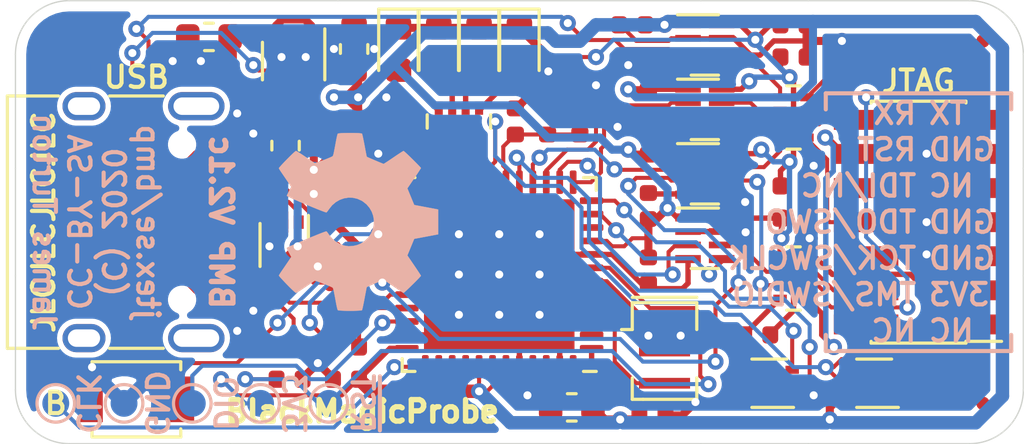
<source format=kicad_pcb>
(kicad_pcb (version 20171130) (host pcbnew "(5.1.6)-1")
  (title_block (title BMPM2-C) (comment 1 "Based on designs by BlackSphereTechnologies and Piotr Esden-Tempski") (comment 2 "(C) 2019 Dominik Sliwa") (comment 3 "License: CC-BY-SA 4.0"))
  (layers (0 F.Cu signal) (31 B.Cu signal) (34 B.Paste user hide) (35 F.Paste user hide) (36 B.SilkS user) (37 F.SilkS user) (38 B.Mask user) (39 F.Mask user) (44 Edge.Cuts user))
  (net 0 "")
  (net 1 GND)
  (net 2 +3V3)
  (net 3 /xTPWR)
  (net 4 +5V)
  (net 5 /iTPWR)
  (net 6 "Net-(C12-Pad1)")
  (net 7 "Net-(D1-Pad2)")
  (net 8 "Net-(D2-Pad2)")
  (net 9 "Net-(D3-Pad2)")
  (net 10 "Net-(D4-Pad2)")
  (net 11 "Net-(FB1-Pad2)")
  (net 12 "Net-(J1-PadB8)")
  (net 13 "Net-(J1-PadA5)")
  (net 14 /USBX_n)
  (net 15 /USBX_p)
  (net 16 "Net-(J1-PadA8)")
  (net 17 "Net-(J1-PadB5)")
  (net 18 /TPWR)
  (net 19 /RXD)
  (net 20 /TXD)
  (net 21 /RST)
  (net 22 /TCK)
  (net 23 /TMS)
  (net 24 /TDO)
  (net 25 /TDI)
  (net 26 /PWR_BR)
  (net 27 "Net-(Q1-Pad1)")
  (net 28 /xRST)
  (net 29 /iRST)
  (net 30 /iRST_SENSE)
  (net 31 /VBUS)
  (net 32 /USBi_n)
  (net 33 /USBi_p)
  (net 34 "Net-(R8-Pad1)")
  (net 35 "Net-(R10-Pad2)")
  (net 36 /LED2)
  (net 37 /LED0)
  (net 38 /LED1)
  (net 39 /xTCK)
  (net 40 /xRXD)
  (net 41 /xTMS)
  (net 42 /xTXD)
  (net 43 /xTDI)
  (net 44 /xTDO)
  (net 45 /SWDIO)
  (net 46 /SWCLK)
  (net 47 /iTXD)
  (net 48 /iTCK)
  (net 49 /iTDI)
  (net 50 /iTDO)
  (net 51 /iRXD)
  (net 52 /iTMS)
  (net 53 /iTMS_DIR)
  (net 54 "Net-(U6-Pad46)")
  (net 55 "Net-(U6-Pad45)")
  (net 56 "Net-(U6-Pad38)")
  (net 57 "Net-(U6-Pad28)")
  (net 58 "Net-(U6-Pad27)")
  (net 59 "Net-(U6-Pad10)")
  (net 60 "Net-(U6-Pad4)")
  (net 61 "Net-(U6-Pad3)")
  (net 62 "Net-(U6-Pad2)")
  (net 63 "Net-(U6-Pad43)")
  (net 64 "Net-(U6-Pad39)")
  (net 65 "Net-(U6-Pad5)")
  (net 66 "Net-(U6-Pad6)")
  (net 67 "Net-(U7-Pad4)")
  (net 68 "Net-(R5-Pad2)")
  (net 69 "Net-(R6-Pad2)")
  (net 70 "Net-(J1-PadS1)")
  (net 71 "Net-(J3-Pad9)")
  (net 72 "Net-(J3-Pad2)")
  (net 73 "Net-(J3-Pad1)")
  (module Symbol:OSHW-Symbol_6.7x6mm_SilkScreen (layer B.Cu) (at 91.75 80.25 90)
    (fp_text reference LOGO1 hide)
    (fp_text value Logo_Open_Hardware_Small hide)
  )
  (module Package_TO_SOT_SMD:SOT-563 (layer F.Cu) (at 110.95 86.25 180)
    (fp_text reference Q1 hide)
    (fp_text value DMG1023UV)
    (pad 5 smd rect (at 0.85 0 180) (size 0.5 0.3) (layers F.Cu F.Paste F.Mask) (net 26 /PWR_BR))
    (pad 4 smd rect (at 0.85 0.5 180) (size 0.5 0.3) (layers F.Cu F.Paste F.Mask) (net 27 "Net-(Q1-Pad1)"))
    (pad 2 smd rect (at -0.85 0 180) (size 0.5 0.3) (layers F.Cu F.Paste F.Mask) (net 26 /PWR_BR))
    (pad 6 smd rect (at 0.85 -0.5 180) (size 0.5 0.3) (layers F.Cu F.Paste F.Mask) (net 2 +3V3))
    (pad 3 smd rect (at -0.85 0.5 180) (size 0.5 0.3) (layers F.Cu F.Paste F.Mask) (net 18 /TPWR))
    (pad 1 smd rect (at -0.85 -0.5 180) (size 0.5 0.3) (layers F.Cu F.Paste F.Mask) (net 27 "Net-(Q1-Pad1)"))
  )
  (module Package_TO_SOT_SMD:SOT-563 (layer F.Cu) (at 107.05 86.25 180)
    (fp_text reference Q2 hide)
    (fp_text value DMG1024UV)
    (pad 5 smd rect (at 0.85 0 180) (size 0.5 0.3) (layers F.Cu F.Paste F.Mask) (net 28 /xRST))
    (pad 4 smd rect (at 0.85 0.5 180) (size 0.5 0.3) (layers F.Cu F.Paste F.Mask) (net 1 GND))
    (pad 2 smd rect (at -0.85 0 180) (size 0.5 0.3) (layers F.Cu F.Paste F.Mask Eco1.User) (net 29 /iRST))
    (pad 6 smd rect (at 0.85 -0.5 180) (size 0.5 0.3) (layers F.Cu F.Paste F.Mask) (net 28 /xRST))
    (pad 3 smd rect (at -0.85 0.5 180) (size 0.5 0.3) (layers F.Cu F.Paste F.Mask) (net 30 /iRST_SENSE))
    (pad 1 smd rect (at -0.85 -0.5 180) (size 0.5 0.3) (layers F.Cu F.Paste F.Mask) (net 1 GND))
  )
  (module Resistor_SMD:R_Array_Convex_4x0402 (layer F.Cu) (at 107.95 82.35 180)
    (fp_text reference RN2 hide)
    (fp_text value 100R)
    (pad 1 smd rect (at -0.5 -0.75 180) (size 0.5 0.3) (layers F.Cu F.Paste F.Mask) (net 21 /RST))
    (pad 3 smd rect (at -0.5 0.25 180) (size 0.5 0.3) (layers F.Cu F.Paste F.Mask) (net 23 /TMS))
    (pad 2 smd rect (at -0.5 -0.25 180) (size 0.5 0.3) (layers F.Cu F.Paste F.Mask) (net 19 /RXD))
    (pad 4 smd rect (at -0.5 0.75 180) (size 0.5 0.3) (layers F.Cu F.Paste F.Mask) (net 18 /TPWR))
    (pad 7 smd rect (at 0.5 -0.25 180) (size 0.5 0.3) (layers F.Cu F.Paste F.Mask) (net 40 /xRXD))
    (pad 8 smd rect (at 0.5 -0.75 180) (size 0.5 0.3) (layers F.Cu F.Paste F.Mask) (net 28 /xRST))
    (pad 6 smd rect (at 0.5 0.25 180) (size 0.5 0.3) (layers F.Cu F.Paste F.Mask) (net 41 /xTMS))
    (pad 5 smd rect (at 0.5 0.75 180) (size 0.5 0.3) (layers F.Cu F.Paste F.Mask) (net 3 /xTPWR))
  )
  (module Resistor_SMD:R_Array_Convex_4x0402 (layer F.Cu) (at 107.95 76.35 180)
    (fp_text reference RN3 hide)
    (fp_text value 100R)
    (pad 5 smd rect (at 0.5 0.75 180) (size 0.5 0.3) (layers F.Cu F.Paste F.Mask) (net 42 /xTXD))
    (pad 6 smd rect (at 0.5 0.25 180) (size 0.5 0.3) (layers F.Cu F.Paste F.Mask) (net 39 /xTCK))
    (pad 8 smd rect (at 0.5 -0.75 180) (size 0.5 0.3) (layers F.Cu F.Paste F.Mask) (net 44 /xTDO))
    (pad 7 smd rect (at 0.5 -0.25 180) (size 0.5 0.3) (layers F.Cu F.Paste F.Mask) (net 43 /xTDI))
    (pad 4 smd rect (at -0.5 0.75 180) (size 0.5 0.3) (layers F.Cu F.Paste F.Mask) (net 20 /TXD))
    (pad 2 smd rect (at -0.5 -0.25 180) (size 0.5 0.3) (layers F.Cu F.Paste F.Mask) (net 25 /TDI))
    (pad 3 smd rect (at -0.5 0.25 180) (size 0.5 0.3) (layers F.Cu F.Paste F.Mask) (net 22 /TCK))
    (pad 1 smd rect (at -0.5 -0.75 180) (size 0.5 0.3) (layers F.Cu F.Paste F.Mask) (net 24 /TDO))
  )
  (module Resistor_SMD:R_Array_Convex_4x0402 (layer F.Cu) (at 95.5 76.5 90)
    (fp_text reference RN1 hide)
    (fp_text value 330R)
    (pad 5 smd rect (at 0.5 0.75 90) (size 0.5 0.3) (layers F.Cu F.Paste F.Mask) (net 10 "Net-(D4-Pad2)"))
    (pad 6 smd rect (at 0.5 0.25 90) (size 0.5 0.3) (layers F.Cu F.Paste F.Mask) (net 9 "Net-(D3-Pad2)"))
    (pad 8 smd rect (at 0.5 -0.75 90) (size 0.5 0.3) (layers F.Cu F.Paste F.Mask) (net 8 "Net-(D2-Pad2)"))
    (pad 7 smd rect (at 0.5 -0.25 90) (size 0.5 0.3) (layers F.Cu F.Paste F.Mask) (net 7 "Net-(D1-Pad2)"))
    (pad 4 smd rect (at -0.5 0.75 90) (size 0.5 0.3) (layers F.Cu F.Paste F.Mask) (net 37 /LED0))
    (pad 2 smd rect (at -0.5 -0.25 90) (size 0.5 0.3) (layers F.Cu F.Paste F.Mask) (net 36 /LED2))
    (pad 3 smd rect (at -0.5 0.25 90) (size 0.5 0.3) (layers F.Cu F.Paste F.Mask) (net 38 /LED1))
    (pad 1 smd rect (at -0.5 -0.75 90) (size 0.5 0.3) (layers F.Cu F.Paste F.Mask) (net 2 +3V3))
  )
  (module Package_SON:X2SON-8_1.95x1mm_P0.5mm (layer F.Cu) (at 104.65 80.85)
    (fp_text reference U5 hide)
    (fp_text value 74LVC2T45GT)
    (pad 4 smd rect (at -0.625 0.75 270) (size 0.3 0.95) (drill (offset 0.025 0)) (layers F.Cu F.Paste F.Mask) (net 1 GND))
    (pad 5 smd rect (at 0.625 0.75 270) (size 0.3 0.95) (drill (offset 0.025 0)) (layers F.Cu F.Paste F.Mask) (net 53 /iTMS_DIR))
    (pad 3 smd rect (at -0.625 0.25 270) (size 0.25 0.95) (layers F.Cu F.Paste F.Mask) (net 52 /iTMS))
    (pad 6 smd rect (at 0.625 0.25 270) (size 0.25 0.95) (layers F.Cu F.Paste F.Mask) (net 41 /xTMS))
    (pad 2 smd rect (at -0.625 -0.25 270) (size 0.25 0.95) (layers F.Cu F.Paste F.Mask) (net 1 GND))
    (pad 7 smd rect (at 0.625 -0.25 270) (size 0.25 0.95) (layers F.Cu F.Paste F.Mask) (net 1 GND))
    (pad 1 smd rect (at -0.625 -0.75 270) (size 0.3 0.95) (drill (offset -0.025 0)) (layers F.Cu F.Paste F.Mask) (net 2 +3V3))
    (pad 8 smd rect (at 0.625 -0.75 270) (size 0.3 0.95) (drill (offset -0.025 0)) (layers F.Cu F.Paste F.Mask) (net 3 /xTPWR))
  )
  (module Package_SON:X2SON-8_1.95x1mm_P0.5mm (layer F.Cu) (at 104.65 73.65)
    (fp_text reference U2 hide)
    (fp_text value 74LVC2T45GT)
    (pad 4 smd rect (at -0.625 0.75 270) (size 0.3 0.95) (drill (offset 0.025 0)) (layers F.Cu F.Paste F.Mask) (net 1 GND))
    (pad 5 smd rect (at 0.625 0.75 270) (size 0.3 0.95) (drill (offset 0.025 0)) (layers F.Cu F.Paste F.Mask) (net 2 +3V3))
    (pad 3 smd rect (at -0.625 0.25 270) (size 0.25 0.95) (layers F.Cu F.Paste F.Mask) (net 47 /iTXD))
    (pad 6 smd rect (at 0.625 0.25 270) (size 0.25 0.95) (layers F.Cu F.Paste F.Mask) (net 42 /xTXD))
    (pad 2 smd rect (at -0.625 -0.25 270) (size 0.25 0.95) (layers F.Cu F.Paste F.Mask) (net 1 GND))
    (pad 7 smd rect (at 0.625 -0.25 270) (size 0.25 0.95) (layers F.Cu F.Paste F.Mask) (net 1 GND))
    (pad 1 smd rect (at -0.625 -0.75 270) (size 0.3 0.95) (drill (offset -0.025 0)) (layers F.Cu F.Paste F.Mask) (net 2 +3V3))
    (pad 8 smd rect (at 0.625 -0.75 270) (size 0.3 0.95) (drill (offset -0.025 0)) (layers F.Cu F.Paste F.Mask) (net 3 /xTPWR))
  )
  (module Package_SON:X2SON-8_1.95x1mm_P0.5mm (layer F.Cu) (at 104.65 76.05)
    (fp_text reference U3 hide)
    (fp_text value 74LVC2T45GT)
    (pad 4 smd rect (at -0.625 0.75 270) (size 0.3 0.95) (drill (offset 0.025 0)) (layers F.Cu F.Paste F.Mask) (net 1 GND))
    (pad 5 smd rect (at 0.625 0.75 270) (size 0.3 0.95) (drill (offset 0.025 0)) (layers F.Cu F.Paste F.Mask) (net 2 +3V3))
    (pad 3 smd rect (at -0.625 0.25 270) (size 0.25 0.95) (layers F.Cu F.Paste F.Mask) (net 49 /iTDI))
    (pad 6 smd rect (at 0.625 0.25 270) (size 0.25 0.95) (layers F.Cu F.Paste F.Mask) (net 43 /xTDI))
    (pad 2 smd rect (at -0.625 -0.25 270) (size 0.25 0.95) (layers F.Cu F.Paste F.Mask) (net 48 /iTCK))
    (pad 7 smd rect (at 0.625 -0.25 270) (size 0.25 0.95) (layers F.Cu F.Paste F.Mask) (net 39 /xTCK))
    (pad 1 smd rect (at -0.625 -0.75 270) (size 0.3 0.95) (drill (offset -0.025 0)) (layers F.Cu F.Paste F.Mask) (net 2 +3V3))
    (pad 8 smd rect (at 0.625 -0.75 270) (size 0.3 0.95) (drill (offset -0.025 0)) (layers F.Cu F.Paste F.Mask) (net 3 /xTPWR))
  )
  (module Package_SON:X2SON-8_1.95x1mm_P0.5mm (layer F.Cu) (at 104.65 78.45)
    (fp_text reference U4 hide)
    (fp_text value 74LVC2T45GT)
    (pad 4 smd rect (at -0.625 0.75 270) (size 0.3 0.95) (drill (offset 0.025 0)) (layers F.Cu F.Paste F.Mask) (net 1 GND))
    (pad 5 smd rect (at 0.625 0.75 270) (size 0.3 0.95) (drill (offset 0.025 0)) (layers F.Cu F.Paste F.Mask) (net 1 GND))
    (pad 3 smd rect (at -0.625 0.25 270) (size 0.25 0.95) (layers F.Cu F.Paste F.Mask) (net 51 /iRXD))
    (pad 6 smd rect (at 0.625 0.25 270) (size 0.25 0.95) (layers F.Cu F.Paste F.Mask) (net 40 /xRXD))
    (pad 2 smd rect (at -0.625 -0.25 270) (size 0.25 0.95) (layers F.Cu F.Paste F.Mask) (net 50 /iTDO))
    (pad 7 smd rect (at 0.625 -0.25 270) (size 0.25 0.95) (layers F.Cu F.Paste F.Mask) (net 44 /xTDO))
    (pad 1 smd rect (at -0.625 -0.75 270) (size 0.3 0.95) (drill (offset -0.025 0)) (layers F.Cu F.Paste F.Mask) (net 2 +3V3))
    (pad 8 smd rect (at 0.625 -0.75 270) (size 0.3 0.95) (drill (offset -0.025 0)) (layers F.Cu F.Paste F.Mask) (net 3 /xTPWR))
  )
  (module Connector_PinHeader_1.27mm:PinHeader_2x07_P1.27mm_Vertical_SMD (layer F.Cu) (at 112.6 80.25 180)
    (fp_text reference J3 hide)
    (fp_text value FTSH-107-01-F-DV-K)
    (pad 14 smd rect (at 1.95 3.81 180) (size 2.4 0.74) (layers F.Cu F.Paste F.Mask) (net 19 /RXD))
    (pad 13 smd rect (at -1.95 3.81 180) (size 2.4 0.74) (layers F.Cu F.Paste F.Mask) (net 20 /TXD))
    (pad 12 smd rect (at 1.95 2.54 180) (size 2.4 0.74) (layers F.Cu F.Paste F.Mask) (net 21 /RST))
    (pad 11 smd rect (at -1.95 2.54 180) (size 2.4 0.74) (layers F.Cu F.Paste F.Mask) (net 1 GND))
    (pad 10 smd rect (at 1.95 1.27 180) (size 2.4 0.74) (layers F.Cu F.Paste F.Mask) (net 25 /TDI))
    (pad 9 smd rect (at -1.95 1.27 180) (size 2.4 0.74) (layers F.Cu F.Paste F.Mask) (net 71 "Net-(J3-Pad9)"))
    (pad 8 smd rect (at 1.95 0 180) (size 2.4 0.74) (layers F.Cu F.Paste F.Mask) (net 24 /TDO))
    (pad 7 smd rect (at -1.95 0 180) (size 2.4 0.74) (layers F.Cu F.Paste F.Mask) (net 1 GND))
    (pad 6 smd rect (at 1.95 -1.27 180) (size 2.4 0.74) (layers F.Cu F.Paste F.Mask) (net 22 /TCK))
    (pad 5 smd rect (at -1.95 -1.27 180) (size 2.4 0.74) (layers F.Cu F.Paste F.Mask) (net 1 GND))
    (pad 4 smd rect (at 1.95 -2.54 180) (size 2.4 0.74) (layers F.Cu F.Paste F.Mask) (net 23 /TMS))
    (pad 3 smd rect (at -1.95 -2.54 180) (size 2.4 0.74) (layers F.Cu F.Paste F.Mask) (net 18 /TPWR))
    (pad 2 smd rect (at 1.95 -3.81 180) (size 2.4 0.74) (layers F.Cu F.Paste F.Mask) (net 72 "Net-(J3-Pad2)"))
    (pad 1 smd rect (at -1.95 -3.81 180) (size 2.4 0.74) (layers F.Cu F.Paste F.Mask) (net 73 "Net-(J3-Pad1)"))
  )
  (module Capacitor_SMD:C_0402_1005Metric (layer F.Cu) (at 97.6 76.5 90)
    (fp_text reference C11 hide)
    (fp_text value 100n)
    (pad 2 smd roundrect (at 0.485 0 90) (size 0.59 0.64) (layers F.Cu F.Paste F.Mask) (net 1 GND))
    (pad 1 smd roundrect (at -0.485 0 90) (size 0.59 0.64) (layers F.Cu F.Paste F.Mask) (net 5 /iTPWR))
  )
  (module TestPoint:TestPoint_Pad_D1.0mm (layer B.Cu) (at 90.66 87)
    (fp_text reference TP4 hide)
    (fp_text value ~RST)
    (pad 1 smd circle (at 0 0) (size 1 1) (layers B.Cu B.Mask) (net 6 "Net-(C12-Pad1)"))
  )
  (module TestPoint:TestPoint_Pad_D1.0mm (layer B.Cu) (at 80.5 87)
    (fp_text reference TP6 hide)
    (fp_text value SWCLK)
    (pad 1 smd circle (at 0 0) (size 1 1) (layers B.Cu B.Mask) (net 46 /SWCLK))
  )
  (module Connector_USB:USB_C_Receptacle_HRO_TYPE-C-31-M-12 (layer F.Cu) (at 82.6 80.25 270)
    (fp_text reference J1 hide)
    (fp_text value TYPE-C-31-M-12)
    (pad B1 smd rect (at 3.25 -4.045 270) (size 0.6 1.45) (layers F.Cu F.Paste F.Mask) (net 1 GND))
    (pad A9 smd rect (at 2.45 -4.045 270) (size 0.6 1.45) (layers F.Cu F.Paste F.Mask) (net 11 "Net-(FB1-Pad2)"))
    (pad B9 smd rect (at -2.45 -4.045 270) (size 0.6 1.45) (layers F.Cu F.Paste F.Mask) (net 11 "Net-(FB1-Pad2)"))
    (pad B12 smd rect (at -3.25 -4.045 270) (size 0.6 1.45) (layers F.Cu F.Paste F.Mask) (net 1 GND))
    (pad A1 smd rect (at -3.25 -4.045 270) (size 0.6 1.45) (layers F.Cu F.Paste F.Mask) (net 1 GND))
    (pad A4 smd rect (at -2.45 -4.045 270) (size 0.6 1.45) (layers F.Cu F.Paste F.Mask) (net 11 "Net-(FB1-Pad2)"))
    (pad B4 smd rect (at 2.45 -4.045 270) (size 0.6 1.45) (layers F.Cu F.Paste F.Mask) (net 11 "Net-(FB1-Pad2)"))
    (pad A12 smd rect (at 3.25 -4.045 270) (size 0.6 1.45) (layers F.Cu F.Paste F.Mask) (net 1 GND))
    (pad B8 smd rect (at -1.75 -4.045 270) (size 0.3 1.45) (layers F.Cu F.Paste F.Mask) (net 12 "Net-(J1-PadB8)"))
    (pad A5 smd rect (at -1.25 -4.045 270) (size 0.3 1.45) (layers F.Cu F.Paste F.Mask) (net 13 "Net-(J1-PadA5)"))
    (pad B7 smd rect (at -0.75 -4.045 270) (size 0.3 1.45) (layers F.Cu F.Paste F.Mask) (net 14 /USBX_n))
    (pad A7 smd rect (at 0.25 -4.045 270) (size 0.3 1.45) (layers F.Cu F.Paste F.Mask) (net 14 /USBX_n))
    (pad B6 smd rect (at 0.75 -4.045 270) (size 0.3 1.45) (layers F.Cu F.Paste F.Mask) (net 15 /USBX_p))
    (pad A8 smd rect (at 1.25 -4.045 270) (size 0.3 1.45) (layers F.Cu F.Paste F.Mask) (net 16 "Net-(J1-PadA8)"))
    (pad B5 smd rect (at 1.75 -4.045 270) (size 0.3 1.45) (layers F.Cu F.Paste F.Mask) (net 17 "Net-(J1-PadB5)"))
    (pad A6 smd rect (at -0.25 -4.045 270) (size 0.3 1.45) (layers F.Cu F.Paste F.Mask) (net 15 /USBX_p))
    (pad S4 thru_hole oval (at 4.32 -3.13 270) (size 1.05 2.1) (drill oval 0.65 1.7) (layers *.Cu *.Mask))
    (pad S2 thru_hole oval (at -4.32 -3.13 270) (size 1.05 2.1) (drill oval 0.65 1.7) (layers *.Cu *.Mask))
    (pad "" np_thru_hole circle (at -2.89 -2.6 270) (size 0.65 0.65) (drill 0.65) (layers *.Cu *.Mask))
    (pad S1 thru_hole oval (at -4.32 1.05 270) (size 1.05 1.6) (drill oval 0.65 1.2) (layers *.Cu *.Mask) (net 70 "Net-(J1-PadS1)"))
    (pad "" np_thru_hole circle (at 2.89 -2.6 270) (size 0.65 0.65) (drill 0.65) (layers *.Cu *.Mask))
    (pad S3 thru_hole oval (at 4.32 1.05 270) (size 1.05 1.6) (drill oval 0.65 1.2) (layers *.Cu *.Mask))
  )
  (module Capacitor_SMD:C_0402_1005Metric (layer F.Cu) (at 107.95 80.1 180)
    (fp_text reference C19 hide)
    (fp_text value 100n)
    (pad 2 smd roundrect (at 0.485 0 180) (size 0.59 0.64) (layers F.Cu F.Paste F.Mask) (net 3 /xTPWR))
    (pad 1 smd roundrect (at -0.485 0 180) (size 0.59 0.64) (layers F.Cu F.Paste F.Mask) (net 1 GND))
  )
  (module Package_DFN_QFN:QFN-48-1EP_7x7mm_P0.5mm_EP5.6x5.6mm (layer F.Cu) (at 97 82.2 180)
    (fp_text reference U6 hide)
    (fp_text value STM32F103CBU)
    (pad 49 smd rect (at 0 0 180) (size 5.6 5.6) (layers F.Cu F.Mask) (net 1 GND))
    (pad 48 smd roundrect (at -2.75 -3.4375 180) (size 0.25 0.875) (layers F.Cu F.Paste F.Mask) (net 2 +3V3))
    (pad 47 smd roundrect (at -2.25 -3.4375 180) (size 0.25 0.875) (layers F.Cu F.Paste F.Mask) (net 1 GND))
    (pad 46 smd roundrect (at -1.75 -3.4375 180) (size 0.25 0.875) (layers F.Cu F.Paste F.Mask) (net 54 "Net-(U6-Pad46)"))
    (pad 45 smd roundrect (at -1.25 -3.4375 180) (size 0.25 0.875) (layers F.Cu F.Paste F.Mask) (net 55 "Net-(U6-Pad45)"))
    (pad 44 smd roundrect (at -0.75 -3.4375 180) (size 0.25 0.875) (layers F.Cu F.Paste F.Mask) (net 1 GND))
    (pad 43 smd roundrect (at -0.25 -3.4375 180) (size 0.25 0.875) (layers F.Cu F.Paste F.Mask) (net 63 "Net-(U6-Pad43)"))
    (pad 42 smd roundrect (at 0.25 -3.4375 180) (size 0.25 0.875) (layers F.Cu F.Paste F.Mask) (net 2 +3V3))
    (pad 41 smd roundrect (at 0.75 -3.4375 180) (size 0.25 0.875) (layers F.Cu F.Paste F.Mask) (net 2 +3V3))
    (pad 40 smd roundrect (at 1.25 -3.4375 180) (size 0.25 0.875) (layers F.Cu F.Paste F.Mask) (net 2 +3V3))
    (pad 39 smd roundrect (at 1.75 -3.4375 180) (size 0.25 0.875) (layers F.Cu F.Paste F.Mask) (net 64 "Net-(U6-Pad39)"))
    (pad 38 smd roundrect (at 2.25 -3.4375 180) (size 0.25 0.875) (layers F.Cu F.Paste F.Mask) (net 56 "Net-(U6-Pad38)"))
    (pad 37 smd roundrect (at 2.75 -3.4375 180) (size 0.25 0.875) (layers F.Cu F.Paste F.Mask) (net 46 /SWCLK))
    (pad 36 smd roundrect (at 3.4375 -2.75 180) (size 0.875 0.25) (layers F.Cu F.Paste F.Mask) (net 2 +3V3))
    (pad 35 smd roundrect (at 3.4375 -2.25 180) (size 0.875 0.25) (layers F.Cu F.Paste F.Mask) (net 1 GND))
    (pad 34 smd roundrect (at 3.4375 -1.75 180) (size 0.875 0.25) (layers F.Cu F.Paste F.Mask) (net 45 /SWDIO))
    (pad 33 smd roundrect (at 3.4375 -1.25 180) (size 0.875 0.25) (layers F.Cu F.Paste F.Mask) (net 33 /USBi_p))
    (pad 32 smd roundrect (at 3.4375 -0.75 180) (size 0.875 0.25) (layers F.Cu F.Paste F.Mask) (net 32 /USBi_n))
    (pad 31 smd roundrect (at 3.4375 -0.25 180) (size 0.875 0.25) (layers F.Cu F.Paste F.Mask) (net 51 /iRXD))
    (pad 30 smd roundrect (at 3.4375 0.25 180) (size 0.875 0.25) (layers F.Cu F.Paste F.Mask) (net 47 /iTXD))
    (pad 29 smd roundrect (at 3.4375 0.75 180) (size 0.875 0.25) (layers F.Cu F.Paste F.Mask) (net 35 "Net-(R10-Pad2)"))
    (pad 28 smd roundrect (at 3.4375 1.25 180) (size 0.875 0.25) (layers F.Cu F.Paste F.Mask) (net 57 "Net-(U6-Pad28)"))
    (pad 27 smd roundrect (at 3.4375 1.75 180) (size 0.875 0.25) (layers F.Cu F.Paste F.Mask) (net 58 "Net-(U6-Pad27)"))
    (pad 26 smd roundrect (at 3.4375 2.25 180) (size 0.875 0.25) (layers F.Cu F.Paste F.Mask) (net 31 /VBUS))
    (pad 25 smd roundrect (at 3.4375 2.75 180) (size 0.875 0.25) (layers F.Cu F.Paste F.Mask) (net 34 "Net-(R8-Pad1)"))
    (pad 24 smd roundrect (at 2.75 3.4375 180) (size 0.25 0.875) (layers F.Cu F.Paste F.Mask) (net 2 +3V3))
    (pad 23 smd roundrect (at 2.25 3.4375 180) (size 0.25 0.875) (layers F.Cu F.Paste F.Mask) (net 1 GND))
    (pad 22 smd roundrect (at 1.75 3.4375 180) (size 0.25 0.875) (layers F.Cu F.Paste F.Mask) (net 36 /LED2))
    (pad 21 smd roundrect (at 1.25 3.4375 180) (size 0.25 0.875) (layers F.Cu F.Paste F.Mask) (net 38 /LED1))
    (pad 20 smd roundrect (at 0.75 3.4375 180) (size 0.25 0.875) (layers F.Cu F.Paste F.Mask) (net 37 /LED0))
    (pad 19 smd roundrect (at 0.25 3.4375 180) (size 0.25 0.875) (layers F.Cu F.Paste F.Mask) (net 26 /PWR_BR))
    (pad 18 smd roundrect (at -0.25 3.4375 180) (size 0.25 0.875) (layers F.Cu F.Paste F.Mask) (net 5 /iTPWR))
    (pad 17 smd roundrect (at -0.75 3.4375 180) (size 0.25 0.875) (layers F.Cu F.Paste F.Mask) (net 30 /iRST_SENSE))
    (pad 16 smd roundrect (at -1.25 3.4375 180) (size 0.25 0.875) (layers F.Cu F.Paste F.Mask) (net 50 /iTDO))
    (pad 15 smd roundrect (at -1.75 3.4375 180) (size 0.25 0.875) (layers F.Cu F.Paste F.Mask) (net 48 /iTCK))
    (pad 14 smd roundrect (at -2.25 3.4375 180) (size 0.25 0.875) (layers F.Cu F.Paste F.Mask) (net 52 /iTMS))
    (pad 13 smd roundrect (at -2.75 3.4375 180) (size 0.25 0.875) (layers F.Cu F.Paste F.Mask) (net 49 /iTDI))
    (pad 12 smd roundrect (at -3.4375 2.75 180) (size 0.875 0.25) (layers F.Cu F.Paste F.Mask) (net 29 /iRST))
    (pad 11 smd roundrect (at -3.4375 2.25 180) (size 0.875 0.25) (layers F.Cu F.Paste F.Mask) (net 53 /iTMS_DIR))
    (pad 10 smd roundrect (at -3.4375 1.75 180) (size 0.875 0.25) (layers F.Cu F.Paste F.Mask) (net 59 "Net-(U6-Pad10)"))
    (pad 9 smd roundrect (at -3.4375 1.25 180) (size 0.875 0.25) (layers F.Cu F.Paste F.Mask) (net 2 +3V3))
    (pad 8 smd roundrect (at -3.4375 0.75 180) (size 0.875 0.25) (layers F.Cu F.Paste F.Mask) (net 1 GND))
    (pad 7 smd roundrect (at -3.4375 0.25 180) (size 0.875 0.25) (layers F.Cu F.Paste F.Mask) (net 6 "Net-(C12-Pad1)"))
    (pad 6 smd roundrect (at -3.4375 -0.25 180) (size 0.875 0.25) (layers F.Cu F.Paste F.Mask) (net 66 "Net-(U6-Pad6)"))
    (pad 5 smd roundrect (at -3.4375 -0.75 180) (size 0.875 0.25) (layers F.Cu F.Paste F.Mask) (net 65 "Net-(U6-Pad5)"))
    (pad 4 smd roundrect (at -3.4375 -1.25 180) (size 0.875 0.25) (layers F.Cu F.Paste F.Mask) (net 60 "Net-(U6-Pad4)"))
    (pad 3 smd roundrect (at -3.4375 -1.75 180) (size 0.875 0.25) (layers F.Cu F.Paste F.Mask) (net 61 "Net-(U6-Pad3)"))
    (pad 2 smd roundrect (at -3.4375 -2.25 180) (size 0.875 0.25) (layers F.Cu F.Paste F.Mask) (net 62 "Net-(U6-Pad2)"))
    (pad 1 smd roundrect (at -3.4375 -2.75 180) (size 0.875 0.25) (layers F.Cu F.Paste F.Mask) (net 2 +3V3))
  )
  (module Capacitor_SMD:C_0402_1005Metric (layer F.Cu) (at 101.95 72.9 180)
    (fp_text reference C1 hide)
    (fp_text value 100n)
    (pad 2 smd roundrect (at 0.485 0 180) (size 0.59 0.64) (layers F.Cu F.Paste F.Mask) (net 1 GND))
    (pad 1 smd roundrect (at -0.485 0 180) (size 0.59 0.64) (layers F.Cu F.Paste F.Mask) (net 2 +3V3))
  )
  (module Crystal:Resonator_SMD_muRata_CSTxExxV-3Pin_3.0x1.1mm (layer F.Cu) (at 103.15 85.05 270)
    (fp_text reference Y1 hide)
    (fp_text value CSTNE8M00G520000R0)
    (pad 3 smd rect (at 1.2 0 270) (size 0.4 1.9) (layers F.Cu F.Paste F.Mask) (net 65 "Net-(U6-Pad5)"))
    (pad 2 smd rect (at 0 0 270) (size 0.4 1.9) (layers F.Cu F.Paste F.Mask) (net 1 GND))
    (pad 1 smd rect (at -1.2 0 270) (size 0.4 1.9) (layers F.Cu F.Paste F.Mask) (net 66 "Net-(U6-Pad6)"))
  )
  (module Resistor_SMD:R_0402_1005Metric (layer F.Cu) (at 91.3 76.5)
    (fp_text reference R8 hide)
    (fp_text value 10k)
    (pad 1 smd roundrect (at -0.485 0) (size 0.59 0.64) (layers F.Cu F.Paste F.Mask) (net 34 "Net-(R8-Pad1)"))
    (pad 2 smd roundrect (at 0.485 0) (size 0.59 0.64) (layers F.Cu F.Paste F.Mask) (net 2 +3V3))
  )
  (module Fiducial:Fiducial_0.5mm_Mask1.5mm (layer F.Cu) (at 115 87)
    (fp_text reference FID3 hide)
    (fp_text value Fiducial hide)
    (pad "" smd circle (at 0 0) (size 0.5 0.5) (layers F.Cu F.Mask) (clearance 0.5))
  )
  (module Fiducial:Fiducial_0.5mm_Mask1.5mm (layer F.Cu) (at 115 73.5)
    (fp_text reference FID2 hide)
    (fp_text value Fiducial hide)
    (pad "" smd circle (at 0 0) (size 0.5 0.5) (layers F.Cu F.Mask) (clearance 0.5))
  )
  (module Fiducial:Fiducial_0.5mm_Mask1.5mm (layer F.Cu) (at 80.5 73.5)
    (fp_text reference FID1 hide)
    (fp_text value Fiducial hide)
    (pad "" smd circle (at 0 0) (size 0.5 0.5) (layers F.Cu F.Mask) (clearance 0.5))
  )
  (module Resistor_SMD:R_0402_1005Metric (layer F.Cu) (at 113.2 86.4 270)
    (fp_text reference R12 hide)
    (fp_text value 10k)
    (pad 2 smd roundrect (at 0.485 0 270) (size 0.59 0.64) (layers F.Cu F.Paste F.Mask) (net 27 "Net-(Q1-Pad1)"))
    (pad 1 smd roundrect (at -0.485 0 270) (size 0.59 0.64) (layers F.Cu F.Paste F.Mask) (net 26 /PWR_BR))
  )
  (module Package_TO_SOT_SMD:SOT-666 (layer F.Cu) (at 89 81.1 270)
    (fp_text reference U1 hide)
    (fp_text value USBLC6-2P6)
    (pad 1 smd rect (at -0.85 -0.5375 270) (size 0.5 0.375) (layers F.Cu F.Paste F.Mask) (net 14 /USBX_n))
    (pad 3 smd rect (at -0.85 0.5375 270) (size 0.5 0.375) (layers F.Cu F.Paste F.Mask) (net 15 /USBX_p))
    (pad 5 smd rect (at 0.925 0 270) (size 0.65 0.3) (layers F.Cu F.Paste F.Mask) (net 4 +5V))
    (pad 2 smd rect (at -0.925 0 270) (size 0.65 0.3) (layers F.Cu F.Paste F.Mask) (net 1 GND))
    (pad 4 smd rect (at 0.85 0.5375 270) (size 0.5 0.375) (layers F.Cu F.Paste F.Mask) (net 69 "Net-(R6-Pad2)"))
    (pad 6 smd rect (at 0.85 -0.5375 270) (size 0.5 0.375) (layers F.Cu F.Paste F.Mask) (net 68 "Net-(R5-Pad2)"))
  )
  (module LED_SMD:LED_0603_1608Metric (layer F.Cu) (at 97.75 73.8 270)
    (fp_text reference D4 hide)
    (fp_text value "LED YELLOW")
    (pad 2 smd roundrect (at 0.7875 0 270) (size 0.875 0.95) (layers F.Cu F.Paste F.Mask) (net 10 "Net-(D4-Pad2)"))
    (pad 1 smd roundrect (at -0.7875 0 270) (size 0.875 0.95) (layers F.Cu F.Paste F.Mask) (net 1 GND))
  )
  (module LED_SMD:LED_0603_1608Metric (layer F.Cu) (at 96.25 73.8 270)
    (fp_text reference D3 hide)
    (fp_text value "LED ORANGE")
    (pad 2 smd roundrect (at 0.7875 0 270) (size 0.875 0.95) (layers F.Cu F.Paste F.Mask) (net 9 "Net-(D3-Pad2)"))
    (pad 1 smd roundrect (at -0.7875 0 270) (size 0.875 0.95) (layers F.Cu F.Paste F.Mask) (net 1 GND))
  )
  (module LED_SMD:LED_0603_1608Metric (layer F.Cu) (at 93.25 73.8 270)
    (fp_text reference D2 hide)
    (fp_text value "LED GREEN")
    (pad 2 smd roundrect (at 0.7875 0 270) (size 0.875 0.95) (layers F.Cu F.Paste F.Mask) (net 8 "Net-(D2-Pad2)"))
    (pad 1 smd roundrect (at -0.7875 0 270) (size 0.875 0.95) (layers F.Cu F.Paste F.Mask) (net 1 GND))
  )
  (module LED_SMD:LED_0603_1608Metric (layer F.Cu) (at 94.75 73.8 270)
    (fp_text reference D1 hide)
    (fp_text value "LED RED")
    (pad 2 smd roundrect (at 0.7875 0 270) (size 0.875 0.95) (layers F.Cu F.Paste F.Mask) (net 7 "Net-(D1-Pad2)"))
    (pad 1 smd roundrect (at -0.7875 0 270) (size 0.875 0.95) (layers F.Cu F.Paste F.Mask) (net 1 GND))
  )
  (module Capacitor_SMD:C_0402_1005Metric (layer F.Cu) (at 89.2 86.1)
    (fp_text reference C12 hide)
    (fp_text value 100n)
    (pad 2 smd roundrect (at 0.485 0) (size 0.59 0.64) (layers F.Cu F.Paste F.Mask) (net 1 GND))
    (pad 1 smd roundrect (at -0.485 0) (size 0.59 0.64) (layers F.Cu F.Paste F.Mask) (net 6 "Net-(C12-Pad1)"))
  )
  (module Capacitor_SMD:C_0402_1005Metric (layer F.Cu) (at 102.7 87.45 180)
    (fp_text reference C20 hide)
    (fp_text value 100n)
    (pad 2 smd roundrect (at 0.485 0 180) (size 0.59 0.64) (layers F.Cu F.Paste F.Mask) (net 2 +3V3))
    (pad 1 smd roundrect (at -0.485 0 180) (size 0.59 0.64) (layers F.Cu F.Paste F.Mask) (net 1 GND))
  )
  (module Capacitor_SMD:C_0402_1005Metric (layer F.Cu) (at 107.95 72.9 180)
    (fp_text reference C4 hide)
    (fp_text value 100n)
    (pad 2 smd roundrect (at 0.485 0 180) (size 0.59 0.64) (layers F.Cu F.Paste F.Mask) (net 3 /xTPWR))
    (pad 1 smd roundrect (at -0.485 0 180) (size 0.59 0.64) (layers F.Cu F.Paste F.Mask) (net 1 GND))
  )
  (module Capacitor_SMD:C_0402_1005Metric (layer F.Cu) (at 102.55 77.25 90)
    (fp_text reference C9 hide)
    (fp_text value 100n)
    (pad 2 smd roundrect (at 0.485 0 90) (size 0.59 0.64) (layers F.Cu F.Paste F.Mask) (net 1 GND))
    (pad 1 smd roundrect (at -0.485 0 90) (size 0.59 0.64) (layers F.Cu F.Paste F.Mask) (net 2 +3V3))
  )
  (module Resistor_SMD:R_0402_1005Metric (layer F.Cu) (at 91.3 78.9)
    (fp_text reference R4 hide)
    (fp_text value 4k7)
    (pad 1 smd roundrect (at -0.485 0) (size 0.59 0.64) (layers F.Cu F.Paste F.Mask) (net 4 +5V))
    (pad 2 smd roundrect (at 0.485 0) (size 0.59 0.64) (layers F.Cu F.Paste F.Mask) (net 31 /VBUS))
  )
  (module Capacitor_SMD:C_0402_1005Metric (layer F.Cu) (at 102.55 82.05 90)
    (fp_text reference C18 hide)
    (fp_text value 100n)
    (pad 2 smd roundrect (at 0.485 0 90) (size 0.59 0.64) (layers F.Cu F.Paste F.Mask) (net 2 +3V3))
    (pad 1 smd roundrect (at -0.485 0 90) (size 0.59 0.64) (layers F.Cu F.Paste F.Mask) (net 1 GND))
  )
  (module Resistor_SMD:R_0402_1005Metric (layer F.Cu) (at 100 76.5 90)
    (fp_text reference R7 hide)
    (fp_text value 10k)
    (pad 2 smd roundrect (at 0.485 0 90) (size 0.59 0.64) (layers F.Cu F.Paste F.Mask) (net 1 GND))
    (pad 1 smd roundrect (at -0.485 0 90) (size 0.59 0.64) (layers F.Cu F.Paste F.Mask) (net 5 /iTPWR))
  )
  (module Package_TO_SOT_SMD:SOT-353_SC-70-5 (layer F.Cu) (at 89.35 74.25 270)
    (fp_text reference U7 hide)
    (fp_text value TLV70033DCK)
    (pad 5 smd rect (at 0.95 -0.65 270) (size 0.65 0.4) (layers F.Cu F.Paste F.Mask) (net 2 +3V3))
    (pad 4 smd rect (at 0.95 0.65 270) (size 0.65 0.4) (layers F.Cu F.Paste F.Mask) (net 67 "Net-(U7-Pad4)"))
    (pad 2 smd rect (at -0.95 0 270) (size 0.65 0.4) (layers F.Cu F.Paste F.Mask) (net 1 GND))
    (pad 3 smd rect (at -0.95 0.65 270) (size 0.65 0.4) (layers F.Cu F.Paste F.Mask) (net 4 +5V))
    (pad 1 smd rect (at -0.95 -0.65 270) (size 0.65 0.4) (layers F.Cu F.Paste F.Mask) (net 4 +5V))
  )
  (module Button_Switch_SMD:SW_SPST_B3U-1000P (layer F.Cu) (at 83.5 86.85)
    (fp_text reference SW1 hide)
    (fp_text value B3U-1000P)
    (pad 2 smd rect (at 1.7 0) (size 0.9 1.7) (layers F.Cu F.Paste F.Mask) (net 34 "Net-(R8-Pad1)"))
    (pad 1 smd rect (at -1.7 0) (size 0.9 1.7) (layers F.Cu F.Paste F.Mask) (net 1 GND))
  )
  (module Capacitor_SMD:C_0402_1005Metric (layer F.Cu) (at 93.55 76.5 270)
    (fp_text reference C17 hide)
    (fp_text value 100n)
    (pad 2 smd roundrect (at 0.485 0 270) (size 0.59 0.64) (layers F.Cu F.Paste F.Mask) (net 2 +3V3))
    (pad 1 smd roundrect (at -0.485 0 270) (size 0.59 0.64) (layers F.Cu F.Paste F.Mask) (net 1 GND))
  )
  (module Capacitor_SMD:C_0402_1005Metric (layer F.Cu) (at 91.3 86.1)
    (fp_text reference C16 hide)
    (fp_text value 100n)
    (pad 2 smd roundrect (at 0.485 0) (size 0.59 0.64) (layers F.Cu F.Paste F.Mask) (net 2 +3V3))
    (pad 1 smd roundrect (at -0.485 0) (size 0.59 0.64) (layers F.Cu F.Paste F.Mask) (net 1 GND))
  )
  (module Capacitor_SMD:C_0402_1005Metric (layer F.Cu) (at 102.55 79.65 90)
    (fp_text reference C15 hide)
    (fp_text value 100n)
    (pad 2 smd roundrect (at 0.485 0 90) (size 0.59 0.64) (layers F.Cu F.Paste F.Mask) (net 1 GND))
    (pad 1 smd roundrect (at -0.485 0 90) (size 0.59 0.64) (layers F.Cu F.Paste F.Mask) (net 2 +3V3))
  )
  (module Capacitor_SMD:C_0402_1005Metric (layer F.Cu) (at 107.95 78.9 180)
    (fp_text reference C13 hide)
    (fp_text value 100n)
    (pad 2 smd roundrect (at 0.485 0 180) (size 0.59 0.64) (layers F.Cu F.Paste F.Mask) (net 3 /xTPWR))
    (pad 1 smd roundrect (at -0.485 0 180) (size 0.59 0.64) (layers F.Cu F.Paste F.Mask) (net 1 GND))
  )
  (module Capacitor_SMD:C_0402_1005Metric (layer F.Cu) (at 107.95 74.1 180)
    (fp_text reference C8 hide)
    (fp_text value 100n)
    (pad 2 smd roundrect (at 0.485 0 180) (size 0.59 0.64) (layers F.Cu F.Paste F.Mask) (net 3 /xTPWR))
    (pad 1 smd roundrect (at -0.485 0 180) (size 0.59 0.64) (layers F.Cu F.Paste F.Mask) (net 1 GND))
  )
  (module Capacitor_SMD:C_0402_1005Metric (layer F.Cu) (at 102.55 74.85 90)
    (fp_text reference C6 hide)
    (fp_text value 100n)
    (pad 2 smd roundrect (at 0.485 0 90) (size 0.59 0.64) (layers F.Cu F.Paste F.Mask) (net 1 GND))
    (pad 1 smd roundrect (at -0.485 0 90) (size 0.59 0.64) (layers F.Cu F.Paste F.Mask) (net 2 +3V3))
  )
  (module Capacitor_SMD:C_0402_1005Metric (layer F.Cu) (at 91.3 77.7)
    (fp_text reference C5 hide)
    (fp_text value 100n)
    (pad 1 smd roundrect (at -0.485 0) (size 0.59 0.64) (layers F.Cu F.Paste F.Mask) (net 4 +5V))
    (pad 2 smd roundrect (at 0.485 0) (size 0.59 0.64) (layers F.Cu F.Paste F.Mask) (net 1 GND))
  )
  (module TestPoint:TestPoint_Pad_D1.0mm (layer B.Cu) (at 83.04 87)
    (fp_text reference TP2 hide)
    (fp_text value GND)
    (pad 1 smd circle (at 0 0) (size 1 1) (layers B.Cu B.Mask) (net 1 GND))
  )
  (module Capacitor_SMD:C_0603_1608Metric (layer F.Cu) (at 86.2 73.35 180)
    (fp_text reference C7 hide)
    (fp_text value 4u7)
    (pad 2 smd roundrect (at 0.7875 0 180) (size 0.875 0.95) (layers F.Cu F.Paste F.Mask) (net 1 GND))
    (pad 1 smd roundrect (at -0.7875 0 180) (size 0.875 0.95) (layers F.Cu F.Paste F.Mask) (net 4 +5V))
  )
  (module TestPoint:TestPoint_Pad_D1.0mm (layer B.Cu) (at 85.58 87)
    (fp_text reference TP5 hide)
    (fp_text value SWDIO)
    (pad 1 smd circle (at 0 0) (size 1 1) (layers B.Cu B.Mask) (net 45 /SWDIO))
  )
  (module TestPoint:TestPoint_Pad_D1.0mm (layer B.Cu) (at 88.12 87)
    (fp_text reference TP1 hide)
    (fp_text value 3V3)
    (pad 1 smd circle (at 0 0) (size 1 1) (layers B.Cu B.Mask) (net 2 +3V3))
  )
  (module Resistor_SMD:R_0402_1005Metric (layer F.Cu) (at 106.6 84.45)
    (fp_text reference R11 hide)
    (fp_text value 10k)
    (pad 2 smd roundrect (at 0.485 0) (size 0.59 0.64) (layers F.Cu F.Paste F.Mask) (net 3 /xTPWR))
    (pad 1 smd roundrect (at -0.485 0) (size 0.59 0.64) (layers F.Cu F.Paste F.Mask) (net 28 /xRST))
  )
  (module Resistor_SMD:R_0402_1005Metric (layer F.Cu) (at 91.3 84.9 180)
    (fp_text reference R10 hide)
    (fp_text value 1k5)
    (pad 1 smd roundrect (at -0.485 0 180) (size 0.59 0.64) (layers F.Cu F.Paste F.Mask) (net 33 /USBi_p))
    (pad 2 smd roundrect (at 0.485 0 180) (size 0.59 0.64) (layers F.Cu F.Paste F.Mask) (net 35 "Net-(R10-Pad2)"))
  )
  (module Resistor_SMD:R_0402_1005Metric (layer F.Cu) (at 98.8 76.5 270)
    (fp_text reference R9 hide)
    (fp_text value 4k7)
    (pad 2 smd roundrect (at 0.485 0 270) (size 0.59 0.64) (layers F.Cu F.Paste F.Mask) (net 5 /iTPWR))
    (pad 1 smd roundrect (at -0.485 0 270) (size 0.59 0.64) (layers F.Cu F.Paste F.Mask) (net 3 /xTPWR))
  )
  (module Resistor_SMD:R_0402_1005Metric (layer F.Cu) (at 91.3 83.7 180)
    (fp_text reference R6 hide)
    (fp_text value 22R)
    (pad 1 smd roundrect (at -0.485 0 180) (size 0.59 0.64) (layers F.Cu F.Paste F.Mask) (net 33 /USBi_p))
    (pad 2 smd roundrect (at 0.485 0 180) (size 0.59 0.64) (layers F.Cu F.Paste F.Mask) (net 69 "Net-(R6-Pad2)"))
  )
  (module Resistor_SMD:R_0402_1005Metric (layer F.Cu) (at 91.3 82.5 180)
    (fp_text reference R5 hide)
    (fp_text value 22R)
    (pad 1 smd roundrect (at -0.485 0 180) (size 0.59 0.64) (layers F.Cu F.Paste F.Mask) (net 32 /USBi_n))
    (pad 2 smd roundrect (at 0.485 0 180) (size 0.59 0.64) (layers F.Cu F.Paste F.Mask) (net 68 "Net-(R5-Pad2)"))
  )
  (module Resistor_SMD:R_0402_1005Metric (layer F.Cu) (at 91.3 80.1 180)
    (fp_text reference R3 hide)
    (fp_text value 10k)
    (pad 1 smd roundrect (at -0.485 0 180) (size 0.59 0.64) (layers F.Cu F.Paste F.Mask) (net 31 /VBUS))
    (pad 2 smd roundrect (at 0.485 0 180) (size 0.59 0.64) (layers F.Cu F.Paste F.Mask) (net 1 GND))
  )
  (module Resistor_SMD:R_0402_1005Metric (layer F.Cu) (at 89.2 84.9 180)
    (fp_text reference R2 hide)
    (fp_text value 5k1)
    (pad 1 smd roundrect (at -0.485 0 180) (size 0.59 0.64) (layers F.Cu F.Paste F.Mask) (net 1 GND))
    (pad 2 smd roundrect (at 0.485 0 180) (size 0.59 0.64) (layers F.Cu F.Paste F.Mask) (net 17 "Net-(J1-PadB5)"))
  )
  (module Resistor_SMD:R_0402_1005Metric (layer F.Cu) (at 91.3 81.3 180)
    (fp_text reference R1 hide)
    (fp_text value 5k1)
    (pad 1 smd roundrect (at -0.485 0 180) (size 0.59 0.64) (layers F.Cu F.Paste F.Mask) (net 1 GND))
    (pad 2 smd roundrect (at 0.485 0 180) (size 0.59 0.64) (layers F.Cu F.Paste F.Mask) (net 13 "Net-(J1-PadA5)"))
  )
  (module Fuse:Fuse_0603_1608Metric (layer F.Cu) (at 89.05 77.4 270)
    (fp_text reference FB1 hide)
    (fp_text value Ferrite_Bead_Small)
    (pad 2 smd roundrect (at 0.7875 0 270) (size 0.875 0.95) (layers F.Cu F.Paste F.Mask) (net 11 "Net-(FB1-Pad2)"))
    (pad 1 smd roundrect (at -0.7875 0 270) (size 0.875 0.95) (layers F.Cu F.Paste F.Mask) (net 4 +5V))
  )
  (module Capacitor_SMD:C_0603_1608Metric (layer F.Cu) (at 99.7 87.15)
    (fp_text reference C21 hide)
    (fp_text value 4u7)
    (pad 2 smd roundrect (at 0.7875 0) (size 0.875 0.95) (layers F.Cu F.Paste F.Mask) (net 2 +3V3))
    (pad 1 smd roundrect (at -0.7875 0) (size 0.875 0.95) (layers F.Cu F.Paste F.Mask) (net 1 GND))
  )
  (module Capacitor_SMD:C_0603_1608Metric (layer F.Cu) (at 91.6 73.8 90)
    (fp_text reference C3 hide)
    (fp_text value 4u7)
    (pad 2 smd roundrect (at 0.7875 0 90) (size 0.875 0.95) (layers F.Cu F.Paste F.Mask) (net 1 GND))
    (pad 1 smd roundrect (at -0.7875 0 90) (size 0.875 0.95) (layers F.Cu F.Paste F.Mask) (net 2 +3V3))
  )
  (gr_line (start 79 82.25) (end 79 78.25) (layer Edge.Cuts) (width 0.05))
  (gr_line (start 87 88.5) (end 91 88.5) (layer Edge.Cuts) (width 0.05))
  (gr_line (start 108.5 88.5) (end 104.5 88.5) (layer Edge.Cuts) (width 0.05))
  (gr_line (start 116.5 78.25) (end 116.5 82.25) (layer Edge.Cuts) (width 0.05))
  (gr_line (start 104.5 72) (end 108.5 72) (layer Edge.Cuts) (width 0.05))
  (gr_line (start 87 72) (end 91 72) (layer Edge.Cuts) (width 0.05))
  (gr_line (start 108.5 72) (end 114.5 72) (layer Edge.Cuts) (width 0.05))
  (gr_line (start 108.5 88.5) (end 114.5 88.5) (layer Edge.Cuts) (width 0.05))
  (gr_arc (start 114.5 74) (end 116.5 74) (angle -90) (layer Edge.Cuts) (width 0.05))
  (gr_line (start 116.5 78.25) (end 116.5 74) (layer Edge.Cuts) (width 0.05))
  (gr_arc (start 114.5 86.5) (end 114.5 88.5) (angle -90) (layer Edge.Cuts) (width 0.05))
  (gr_line (start 91 72) (end 104.5 72) (layer Edge.Cuts) (width 0.05))
  (gr_line (start 116.5 82.25) (end 116.5 86.5) (layer Edge.Cuts) (width 0.05))
  (gr_arc (start 81 74) (end 81 72) (angle -90) (layer Edge.Cuts) (width 0.05))
  (gr_line (start 81 88.5) (end 87 88.5) (layer Edge.Cuts) (width 0.05))
  (gr_line (start 79 78.25) (end 79 74) (layer Edge.Cuts) (width 0.05))
  (gr_line (start 79 82.25) (end 79 86.5) (layer Edge.Cuts) (width 0.05))
  (gr_line (start 81 72) (end 87 72) (layer Edge.Cuts) (width 0.05))
  (gr_line (start 91 88.5) (end 104.5 88.5) (layer Edge.Cuts) (width 0.05))
  (gr_arc (start 81 86.5) (end 79 86.5) (angle -90) (layer Edge.Cuts) (width 0.05))
  (gr_line (start 109.15 85.05) (end 109.15 84.45) (layer B.SilkS) (width 0.153))
  (gr_line (start 116.05 85.05) (end 109.15 85.05) (layer B.SilkS) (width 0.153))
  (gr_line (start 116.05 84.45) (end 116.05 85.05) (layer B.SilkS) (width 0.153))
  (gr_line (start 109.15 75.45) (end 109.15 76.05) (layer B.SilkS) (width 0.153))
  (gr_line (start 116.05 75.45) (end 109.15 75.45) (layer B.SilkS) (width 0.153))
  (gr_line (start 116.05 76.05) (end 116.05 75.45) (layer B.SilkS) (width 0.153))
  (gr_text NC (at 112.9 84.3) (layer B.SilkS) (effects (font (size 0.8 0.8) (thickness 0.153)) (justify right mirror)))
  (gr_text "GND\n" (at 112.9 81.6) (layer B.SilkS) (effects (font (size 0.8 0.8) (thickness 0.153)) (justify right mirror)))
  (gr_text "GND\n" (at 112.9 80.25) (layer B.SilkS) (effects (font (size 0.8 0.8) (thickness 0.153)) (justify right mirror)))
  (gr_text NC (at 112.9 78.9) (layer B.SilkS) (effects (font (size 0.8 0.8) (thickness 0.153)) (justify right mirror)))
  (gr_text NC (at 112.6 84.3) (layer B.SilkS) (effects (font (size 0.8 0.8) (thickness 0.153)) (justify left mirror)))
  (gr_text RX (at 112.6 76.2) (layer B.SilkS) (effects (font (size 0.8 0.8) (thickness 0.153)) (justify left mirror)))
  (gr_text "BMP V2.1c" (at 86.65 80.25 270) (layer B.SilkS) (effects (font (size 0.8 0.8) (thickness 0.2)) (justify mirror)))
  (gr_text TMS/SWDIO (at 112.6 82.95) (layer B.SilkS) (effects (font (size 0.8 0.8) (thickness 0.153)) (justify left mirror)))
  (gr_text TCK/SWCLK (at 112.6 81.6) (layer B.SilkS) (effects (font (size 0.8 0.8) (thickness 0.153)) (justify left mirror)))
  (gr_text TDO/SWO (at 112.6 80.25) (layer B.SilkS) (effects (font (size 0.8 0.8) (thickness 0.153)) (justify left mirror)))
  (gr_text TDI/NC (at 112.6 78.9) (layer B.SilkS) (effects (font (size 0.8 0.8) (thickness 0.153)) (justify left mirror)))
  (gr_text RST (at 112.6 77.55) (layer B.SilkS) (effects (font (size 0.8 0.8) (thickness 0.153)) (justify left mirror)))
  (gr_text B (at 80.5 87) (layer F.SilkS) (effects (font (size 0.8 0.8) (thickness 0.153))))
  (gr_text "jtex.se/bmp\n(C) 2020\nCC-BY-SA\nJames Turton" (at 82 80.25 270) (layer B.SilkS) (effects (font (size 0.8 0.8) (thickness 0.153)) (justify mirror)))
  (gr_text USB (at 83.5 74.85) (layer F.SilkS) (effects (font (size 0.8 0.8) (thickness 0.153))))
  (gr_text CLK (at 81.7 87 270) (layer B.SilkS) (effects (font (size 0.8 0.8) (thickness 0.153)) (justify mirror)))
  (gr_text GND (at 84.25 87 270) (layer B.SilkS) (effects (font (size 0.8 0.8) (thickness 0.153)) (justify mirror)))
  (gr_text DIO (at 86.8 87 270) (layer B.SilkS) (effects (font (size 0.8 0.8) (thickness 0.153)) (justify mirror)))
  (gr_text 3V3 (at 89.35 87 270) (layer B.SilkS) (effects (font (size 0.8 0.8) (thickness 0.153)) (justify mirror)))
  (gr_text ~RST (at 91.9 87 270) (layer B.SilkS) (effects (font (size 0.8 0.8) (thickness 0.153)) (justify mirror)))
  (gr_text JLCJLCJLCJLC (at 80.05 80.25 90) (layer F.SilkS) (effects (font (size 0.8 0.8) (thickness 0.153))))
  (gr_text JTAG (at 112.6 75) (layer F.SilkS) (effects (font (size 0.8 0.8) (thickness 0.153))))
  (gr_text BlackMagicProbe (at 91.9 87.3) (layer F.SilkS) (effects (font (size 0.8 0.8) (thickness 0.2))))
  (gr_text "GND\n" (at 112.9 77.55) (layer B.SilkS) (effects (font (size 0.8 0.8) (thickness 0.153)) (justify right mirror)))
  (gr_text TX (at 112.9 76.2) (layer B.SilkS) (effects (font (size 0.8 0.8) (thickness 0.153)) (justify right mirror)))
  (gr_text 3V3 (at 112.9 82.95) (layer B.SilkS) (effects (font (size 0.8 0.8) (thickness 0.153)) (justify right mirror)))
  (via (at 95.5 83.7) (size 0.6) (drill 0.3) (layers F.Cu B.Cu) (net 1))
  (via (at 97 83.7) (size 0.6) (drill 0.3) (layers F.Cu B.Cu) (net 1))
  (via (at 98.5 83.7) (size 0.6) (drill 0.3) (layers F.Cu B.Cu) (net 1))
  (via (at 95.5 80.7) (size 0.6) (drill 0.3) (layers F.Cu B.Cu) (net 1))
  (via (at 97 80.7) (size 0.6) (drill 0.3) (layers F.Cu B.Cu) (net 1))
  (via (at 98.5 80.7) (size 0.6) (drill 0.3) (layers F.Cu B.Cu) (net 1))
  (via (at 95.5 82.2) (size 0.6) (drill 0.3) (layers F.Cu B.Cu) (net 1))
  (via (at 97 82.2) (size 0.6) (drill 0.3) (layers F.Cu B.Cu) (net 1))
  (via (at 90.1 79.2) (size 0.6) (drill 0.3) (layers F.Cu B.Cu) (net 1))
  (segment (start 90.55 79.65) (end 90.1 79.2) (width 0.3) (layer F.Cu) (net 1))
  (via (at 90.85 73.8) (size 0.6) (drill 0.3) (layers F.Cu B.Cu) (net 1))
  (segment (start 91.6 73.0125) (end 91.6 73.05) (width 0.3) (layer F.Cu) (net 1))
  (segment (start 91.6 73.05) (end 90.85 73.8) (width 0.3) (layer F.Cu) (net 1))
  (via (at 92.35 73.8) (size 0.6) (drill 0.3) (layers F.Cu B.Cu) (net 1))
  (segment (start 91.6 73.05) (end 92.35 73.8) (width 0.3) (layer F.Cu) (net 1))
  (segment (start 93.1375 73.0125) (end 92.35 73.8) (width 0.3) (layer F.Cu) (net 1))
  (segment (start 93.25 73.0125) (end 93.1375 73.0125) (width 0.3) (layer F.Cu) (net 1))
  (segment (start 93.25 73.0125) (end 94.75 73.0125) (width 0.3) (layer F.Cu) (net 1))
  (segment (start 94.75 73.0125) (end 96.25 73.0125) (width 0.3) (layer F.Cu) (net 1))
  (segment (start 96.25 73.0125) (end 97.75 73.0125) (width 0.3) (layer F.Cu) (net 1))
  (segment (start 94.75 79.95) (end 95.5 80.7) (width 0.15) (layer F.Cu) (net 1))
  (segment (start 94.75 78.7625) (end 94.75 79.95) (width 0.15) (layer F.Cu) (net 1))
  (segment (start 90.815 79.915) (end 90.55 79.65) (width 0.3) (layer F.Cu) (net 1))
  (segment (start 90.815 80.1) (end 90.815 79.915) (width 0.3) (layer F.Cu) (net 1))
  (via (at 92.499984 77.7) (size 0.6) (drill 0.3) (layers F.Cu B.Cu) (net 1))
  (segment (start 91.785 77.7) (end 92.499984 77.7) (width 0.3) (layer F.Cu) (net 1))
  (via (at 88.45 81.15) (size 0.6) (drill 0.3) (layers F.Cu B.Cu) (net 1))
  (segment (start 89 80.175) (end 89 80.6) (width 0.3) (layer F.Cu) (net 1))
  (segment (start 89 80.6) (end 88.45 81.15) (width 0.3) (layer F.Cu) (net 1))
  (segment (start 90.815 80.215) (end 90.815 80.1) (width 0.3) (layer F.Cu) (net 1))
  (segment (start 91.785 81.3) (end 91.785 81.185) (width 0.3) (layer F.Cu) (net 1))
  (segment (start 91.785 81.185) (end 90.815 80.215) (width 0.3) (layer F.Cu) (net 1))
  (via (at 92.8 75.6) (size 0.6) (drill 0.3) (layers F.Cu B.Cu) (net 1))
  (segment (start 93.135 75.6) (end 92.8 75.6) (width 0.3) (layer F.Cu) (net 1))
  (segment (start 93.55 76.015) (end 93.135 75.6) (width 0.3) (layer F.Cu) (net 1))
  (segment (start 102.585 74.4) (end 102.55 74.365) (width 0.2) (layer F.Cu) (net 1))
  (segment (start 104.025 74.4) (end 102.585 74.4) (width 0.2) (layer F.Cu) (net 1))
  (segment (start 102.585 79.2) (end 102.55 79.165) (width 0.2) (layer F.Cu) (net 1))
  (segment (start 104.025 79.2) (end 102.585 79.2) (width 0.2) (layer F.Cu) (net 1))
  (segment (start 105.275 73.4) (end 104.025 73.4) (width 0.15) (layer F.Cu) (net 1))
  (segment (start 102.1 73.5) (end 101.5 72.9) (width 0.15) (layer F.Cu) (net 1))
  (segment (start 103.3 73.5) (end 102.1 73.5) (width 0.15) (layer F.Cu) (net 1))
  (segment (start 104.025 73.4) (end 103.4 73.4) (width 0.15) (layer F.Cu) (net 1))
  (segment (start 103.4 73.4) (end 103.3 73.5) (width 0.15) (layer F.Cu) (net 1))
  (via (at 101.8 74.4) (size 0.6) (drill 0.3) (layers F.Cu B.Cu) (net 1))
  (segment (start 102.55 74.365) (end 101.835 74.365) (width 0.3) (layer F.Cu) (net 1))
  (segment (start 101.835 74.365) (end 101.8 74.4) (width 0.3) (layer F.Cu) (net 1))
  (segment (start 102.585 76.8) (end 102.55 76.765) (width 0.2) (layer F.Cu) (net 1))
  (segment (start 104.025 76.8) (end 102.585 76.8) (width 0.2) (layer F.Cu) (net 1))
  (segment (start 102.55 76.765) (end 101.465 76.765) (width 0.3) (layer F.Cu) (net 1))
  (via (at 101.402 76.702) (size 0.6) (drill 0.3) (layers F.Cu B.Cu) (net 1))
  (segment (start 101.465 76.765) (end 101.402 76.702) (width 0.3) (layer F.Cu) (net 1))
  (segment (start 104.025 80.6) (end 105.275 80.6) (width 0.2) (layer F.Cu) (net 1))
  (segment (start 104.025 79.2) (end 105.275 79.2) (width 0.2) (layer F.Cu) (net 1))
  (segment (start 94.75 84.45) (end 95.5 83.7) (width 0.2) (layer F.Cu) (net 1))
  (segment (start 93.5625 84.45) (end 94.75 84.45) (width 0.2) (layer F.Cu) (net 1))
  (segment (start 97.75 84.45) (end 97 83.7) (width 0.2) (layer F.Cu) (net 1))
  (segment (start 97.75 85.6375) (end 97.75 84.45) (width 0.2) (layer F.Cu) (net 1))
  (segment (start 99.25 84.45) (end 98.5 83.7) (width 0.2) (layer F.Cu) (net 1))
  (segment (start 99.25 85.6375) (end 99.25 84.45) (width 0.2) (layer F.Cu) (net 1))
  (via (at 98.5 82.2) (size 0.6) (drill 0.3) (layers F.Cu B.Cu) (net 1))
  (segment (start 99.25 81.45) (end 98.5 82.2) (width 0.2) (layer F.Cu) (net 1))
  (segment (start 100.4375 81.45) (end 99.25 81.45) (width 0.2) (layer F.Cu) (net 1))
  (via (at 98.05 86.7) (size 0.6) (drill 0.3) (layers F.Cu B.Cu) (net 1))
  (segment (start 98.5 86.7) (end 98.05 86.7) (width 0.3) (layer F.Cu) (net 1))
  (segment (start 98.9125 87.15) (end 98.9125 87.1125) (width 0.3) (layer F.Cu) (net 1))
  (segment (start 98.9125 87.1125) (end 98.5 86.7) (width 0.3) (layer F.Cu) (net 1))
  (segment (start 108.435 80.1) (end 108.435 78.9) (width 0.3) (layer F.Cu) (net 1))
  (via (at 87.85 76.95) (size 0.6) (drill 0.3) (layers F.Cu B.Cu) (net 1))
  (segment (start 86.645 77) (end 87.8 77) (width 0.5) (layer F.Cu) (net 1))
  (segment (start 87.8 77) (end 87.85 76.95) (width 0.5) (layer F.Cu) (net 1))
  (via (at 87.85 83.55) (size 0.6) (drill 0.3) (layers F.Cu B.Cu) (net 1))
  (segment (start 86.645 83.5) (end 87.8 83.5) (width 0.5) (layer F.Cu) (net 1))
  (segment (start 87.8 83.5) (end 87.85 83.55) (width 0.5) (layer F.Cu) (net 1))
  (via (at 87.25 76.2) (size 0.6) (drill 0.3) (layers F.Cu B.Cu) (net 1))
  (segment (start 87.25 77) (end 87.25 76.2) (width 0.5) (layer F.Cu) (net 1))
  (segment (start 86.645 77) (end 87.25 77) (width 0.5) (layer F.Cu) (net 1))
  (via (at 87.25 84.3) (size 0.6) (drill 0.3) (layers F.Cu B.Cu) (net 1))
  (segment (start 87.25 83.5) (end 87.25 84.3) (width 0.5) (layer F.Cu) (net 1))
  (segment (start 86.645 83.5) (end 87.25 83.5) (width 0.5) (layer F.Cu) (net 1))
  (via (at 88.9 74.1) (size 0.6) (drill 0.3) (layers F.Cu B.Cu) (net 1))
  (segment (start 89.35 73.3) (end 89.35 73.65) (width 0.3) (layer F.Cu) (net 1))
  (segment (start 89.35 73.65) (end 88.9 74.1) (width 0.3) (layer F.Cu) (net 1))
  (via (at 89.8 74.1) (size 0.6) (drill 0.3) (layers F.Cu B.Cu) (net 1))
  (segment (start 89.35 73.65) (end 89.8 74.1) (width 0.3) (layer F.Cu) (net 1))
  (via (at 100.6 75.15) (size 0.6) (drill 0.3) (layers F.Cu B.Cu) (net 1))
  (segment (start 100 76.015) (end 100 75.75) (width 0.3) (layer F.Cu) (net 1))
  (segment (start 100 75.75) (end 100.6 75.15) (width 0.3) (layer F.Cu) (net 1))
  (segment (start 104.025 81.6) (end 104.025 82.525) (width 0.2) (layer F.Cu) (net 1))
  (segment (start 102.742001 82.727001) (end 102.55 82.535) (width 0.2) (layer F.Cu) (net 1))
  (segment (start 103.822999 82.727001) (end 102.742001 82.727001) (width 0.2) (layer F.Cu) (net 1))
  (segment (start 104.025 82.525) (end 103.822999 82.727001) (width 0.2) (layer F.Cu) (net 1))
  (segment (start 100.43951 81.45201) (end 100.4375 81.45) (width 0.2) (layer F.Cu) (net 1))
  (segment (start 102.55 82.535) (end 102.285 82.535) (width 0.2) (layer F.Cu) (net 1))
  (segment (start 101.20201 81.45201) (end 100.43951 81.45201) (width 0.2) (layer F.Cu) (net 1))
  (segment (start 102.285 82.535) (end 101.20201 81.45201) (width 0.2) (layer F.Cu) (net 1))
  (segment (start 90.815 86.1) (end 90.815 86.065) (width 0.3) (layer F.Cu) (net 1))
  (segment (start 89.685 86.065) (end 90.25 85.5) (width 0.3) (layer F.Cu) (net 1))
  (segment (start 89.685 86.1) (end 89.685 86.065) (width 0.3) (layer F.Cu) (net 1))
  (segment (start 89.685 84.935) (end 90.25 85.5) (width 0.3) (layer F.Cu) (net 1))
  (segment (start 89.685 84.9) (end 89.685 84.935) (width 0.3) (layer F.Cu) (net 1))
  (segment (start 90.815 86.065) (end 90.25 85.5) (width 0.3) (layer F.Cu) (net 1))
  (via (at 90.25 85.5) (size 0.6) (drill 0.3) (layers F.Cu B.Cu) (net 1))
  (via (at 102.55 84.477026) (size 0.6) (drill 0.3) (layers F.Cu B.Cu) (net 1))
  (via (at 103.75 84.477014) (size 0.6) (drill 0.3) (layers F.Cu B.Cu) (net 1))
  (segment (start 102.55 85.05) (end 102.55 84.477026) (width 0.3) (layer F.Cu) (net 1))
  (segment (start 103.15 85.05) (end 102.55 85.05) (width 0.3) (layer F.Cu) (net 1))
  (segment (start 103.15 85.05) (end 103.75 85.05) (width 0.3) (layer F.Cu) (net 1))
  (segment (start 103.75 85.05) (end 103.75 84.477014) (width 0.3) (layer F.Cu) (net 1))
  (segment (start 85.4125 73.35) (end 84.85 73.9125) (width 0.3) (layer F.Cu) (net 1))
  (via (at 84.85 74.25) (size 0.6) (drill 0.3) (layers F.Cu B.Cu) (net 1))
  (segment (start 84.85 73.9125) (end 84.85 74.25) (width 0.3) (layer F.Cu) (net 1))
  (via (at 85.9 74.25) (size 0.6) (drill 0.3) (layers F.Cu B.Cu) (net 1))
  (segment (start 85.4125 73.35) (end 85.9 73.8375) (width 0.3) (layer F.Cu) (net 1))
  (segment (start 85.9 73.8375) (end 85.9 74.25) (width 0.3) (layer F.Cu) (net 1))
  (segment (start 97.75 86.4) (end 98.05 86.7) (width 0.2) (layer F.Cu) (net 1))
  (segment (start 97.75 85.6375) (end 97.75 86.4) (width 0.2) (layer F.Cu) (net 1))
  (segment (start 99.25 86.8125) (end 98.9125 87.15) (width 0.2) (layer F.Cu) (net 1))
  (segment (start 99.25 85.6375) (end 99.25 86.8125) (width 0.2) (layer F.Cu) (net 1))
  (via (at 81.85 85.65) (size 0.6) (drill 0.3) (layers F.Cu B.Cu) (net 1))
  (segment (start 81.85 85.65) (end 81.85 85.81) (width 0.3) (layer B.Cu) (net 1))
  (segment (start 81.85 85.81) (end 83.04 87) (width 0.3) (layer B.Cu) (net 1))
  (segment (start 97.75 73.0125) (end 98.6875 73.95) (width 0.3) (layer F.Cu) (net 1))
  (segment (start 97.6 76.015) (end 97.635 76.015) (width 0.3) (layer F.Cu) (net 1))
  (via (at 98.82732 74.632665) (size 0.6) (drill 0.3) (layers F.Cu B.Cu) (net 1))
  (segment (start 97.635 76.015) (end 98.82732 74.82268) (width 0.3) (layer F.Cu) (net 1))
  (segment (start 98.82732 74.82268) (end 98.82732 74.632665) (width 0.3) (layer F.Cu) (net 1))
  (segment (start 98.82732 74.08982) (end 98.6875 73.95) (width 0.3) (layer F.Cu) (net 1))
  (segment (start 98.82732 74.632665) (end 98.82732 74.08982) (width 0.3) (layer F.Cu) (net 1))
  (segment (start 106.977 73.752962) (end 106.977 73.738362) (width 0.2) (layer F.Cu) (net 1))
  (segment (start 106.977 73.738362) (end 107.215362 73.5) (width 0.2) (layer F.Cu) (net 1))
  (segment (start 105.727106 73.4) (end 106.354108 74.027002) (width 0.2) (layer F.Cu) (net 1))
  (segment (start 106.354108 74.027002) (end 106.70296 74.027002) (width 0.2) (layer F.Cu) (net 1))
  (segment (start 106.70296 74.027002) (end 106.977 73.752962) (width 0.2) (layer F.Cu) (net 1))
  (segment (start 105.275 73.4) (end 105.727106 73.4) (width 0.2) (layer F.Cu) (net 1))
  (segment (start 107.215362 73.5) (end 108.4 73.5) (width 0.2) (layer F.Cu) (net 1))
  (segment (start 108.435 72.9) (end 108.435 73.465) (width 0.3) (layer F.Cu) (net 1))
  (segment (start 108.435 73.535) (end 108.4 73.5) (width 0.3) (layer F.Cu) (net 1))
  (segment (start 108.435 73.465) (end 108.4 73.5) (width 0.3) (layer F.Cu) (net 1))
  (segment (start 108.435 74.1) (end 108.435 73.535) (width 0.3) (layer F.Cu) (net 1))
  (segment (start 108.435 73.535) (end 108.47 73.5) (width 0.3) (layer F.Cu) (net 1))
  (via (at 109.75 73.5) (size 0.6) (drill 0.3) (layers F.Cu B.Cu) (net 1))
  (segment (start 108.47 73.5) (end 109.75 73.5) (width 0.3) (layer F.Cu) (net 1))
  (segment (start 105.849993 79.200001) (end 106.149992 79.5) (width 0.2) (layer F.Cu) (net 1))
  (via (at 106.167546 80.62701) (size 0.6) (drill 0.3) (layers F.Cu B.Cu) (net 1))
  (via (at 106.149992 79.5) (size 0.6) (drill 0.3) (layers F.Cu B.Cu) (net 1))
  (segment (start 105.275 79.2) (end 105.849993 79.200001) (width 0.2) (layer F.Cu) (net 1))
  (segment (start 105.275 80.6) (end 106.140536 80.6) (width 0.2) (layer F.Cu) (net 1))
  (segment (start 106.140536 80.6) (end 106.167546 80.62701) (width 0.2) (layer F.Cu) (net 1))
  (segment (start 108.435 80.735) (end 108.55 80.85) (width 0.3) (layer F.Cu) (net 1))
  (via (at 108.55 80.85) (size 0.6) (drill 0.3) (layers F.Cu B.Cu) (net 1))
  (segment (start 108.435 80.1) (end 108.435 80.735) (width 0.3) (layer F.Cu) (net 1))
  (via (at 108.700001 78.150001) (size 0.6) (drill 0.3) (layers F.Cu B.Cu) (net 1))
  (segment (start 108.435 78.415002) (end 108.700001 78.150001) (width 0.3) (layer F.Cu) (net 1))
  (segment (start 108.435 78.9) (end 108.435 78.415002) (width 0.3) (layer F.Cu) (net 1))
  (segment (start 112.91 77.71) (end 112.9 77.7) (width 0.3) (layer F.Cu) (net 1))
  (segment (start 114.55 77.71) (end 112.91 77.71) (width 0.3) (layer F.Cu) (net 1))
  (via (at 112.9 77.7) (size 0.6) (drill 0.3) (layers F.Cu B.Cu) (net 1))
  (via (at 112.9 81.45) (size 0.6) (drill 0.3) (layers F.Cu B.Cu) (net 1))
  (segment (start 114.55 81.52) (end 112.97 81.52) (width 0.3) (layer F.Cu) (net 1))
  (segment (start 112.97 81.52) (end 112.9 81.45) (width 0.3) (layer F.Cu) (net 1))
  (via (at 112.9 80.25) (size 0.6) (drill 0.3) (layers F.Cu B.Cu) (net 1))
  (segment (start 114.55 80.25) (end 112.9 80.25) (width 0.3) (layer F.Cu) (net 1))
  (via (at 108.7 86.7) (size 0.6) (drill 0.3) (layers F.Cu B.Cu) (net 1))
  (segment (start 108.65 86.75) (end 108.7 86.7) (width 0.3) (layer F.Cu) (net 1))
  (segment (start 107.9 86.75) (end 108.65 86.75) (width 0.3) (layer F.Cu) (net 1))
  (segment (start 103.80201 87.45) (end 104.301009 86.951001) (width 0.3) (layer F.Cu) (net 1))
  (via (at 104.301009 86.951001) (size 0.6) (drill 0.3) (layers F.Cu B.Cu) (net 1))
  (segment (start 103.185 87.45) (end 103.80201 87.45) (width 0.3) (layer F.Cu) (net 1))
  (segment (start 106.2 85.75) (end 106.55 85.75) (width 0.3) (layer F.Cu) (net 1))
  (segment (start 107.55 86.75) (end 106.55 85.75) (width 0.3) (layer F.Cu) (net 1))
  (segment (start 107.9 86.75) (end 107.55 86.75) (width 0.3) (layer F.Cu) (net 1))
  (segment (start 81.8 85.7) (end 81.85 85.65) (width 0.3) (layer F.Cu) (net 1))
  (segment (start 81.8 86.85) (end 81.8 85.7) (width 0.3) (layer F.Cu) (net 1))
  (segment (start 90.6125 74.5875) (end 90 75.2) (width 0.3) (layer F.Cu) (net 2))
  (segment (start 91.6 74.5875) (end 90.6125 74.5875) (width 0.3) (layer F.Cu) (net 2))
  (segment (start 93.55 76.985) (end 93.285 76.985) (width 0.3) (layer F.Cu) (net 2))
  (segment (start 102.585 77.7) (end 102.55 77.735) (width 0.2) (layer F.Cu) (net 2))
  (segment (start 104.025 77.7) (end 102.585 77.7) (width 0.2) (layer F.Cu) (net 2))
  (segment (start 102.585 75.3) (end 102.55 75.335) (width 0.2) (layer F.Cu) (net 2))
  (segment (start 104.025 75.3) (end 102.585 75.3) (width 0.2) (layer F.Cu) (net 2))
  (via (at 103.15 72.9) (size 0.6) (drill 0.3) (layers F.Cu B.Cu) (net 2))
  (segment (start 104.025 72.9) (end 103.15 72.9) (width 0.2) (layer F.Cu) (net 2))
  (segment (start 102.435 72.9) (end 103.15 72.9) (width 0.3) (layer F.Cu) (net 2))
  (segment (start 102.585 80.1) (end 102.55 80.135) (width 0.2) (layer F.Cu) (net 2))
  (segment (start 102.55 80.135) (end 102.55 80.85) (width 0.3) (layer F.Cu) (net 2))
  (segment (start 102.55 81.565) (end 102.55 80.85) (width 0.3) (layer F.Cu) (net 2))
  (via (at 101.8 75.3) (size 0.6) (drill 0.3) (layers F.Cu B.Cu) (net 2))
  (segment (start 102.55 75.335) (end 101.835 75.335) (width 0.3) (layer F.Cu) (net 2))
  (segment (start 101.835 75.335) (end 101.8 75.3) (width 0.3) (layer F.Cu) (net 2))
  (segment (start 100.4375 80.95) (end 101 80.95) (width 0.15) (layer F.Cu) (net 2))
  (segment (start 101 80.95) (end 101.2 81.15) (width 0.15) (layer F.Cu) (net 2))
  (segment (start 101.2 81.15) (end 101.65 81.15) (width 0.15) (layer F.Cu) (net 2))
  (segment (start 101.65 81.15) (end 101.95 80.85) (width 0.15) (layer F.Cu) (net 2))
  (segment (start 101.95 80.85) (end 102.55 80.85) (width 0.15) (layer F.Cu) (net 2))
  (via (at 101.8 77.55) (size 0.6) (drill 0.3) (layers F.Cu B.Cu) (net 2))
  (segment (start 102.55 77.735) (end 101.985 77.735) (width 0.3) (layer F.Cu) (net 2))
  (segment (start 101.985 77.735) (end 101.8 77.55) (width 0.3) (layer F.Cu) (net 2))
  (segment (start 93.565 77) (end 93.55 76.985) (width 0.2) (layer F.Cu) (net 2))
  (segment (start 94.75 77) (end 93.565 77) (width 0.2) (layer F.Cu) (net 2))
  (segment (start 94.25 78.7625) (end 94.25 78.4) (width 0.2) (layer F.Cu) (net 2))
  (segment (start 93.55 77.7) (end 93.55 76.985) (width 0.2) (layer F.Cu) (net 2))
  (segment (start 94.25 78.4) (end 93.55 77.7) (width 0.2) (layer F.Cu) (net 2))
  (segment (start 99.75 86.4125) (end 100.4875 87.15) (width 0.2) (layer F.Cu) (net 2))
  (segment (start 99.75 85.6375) (end 99.75 86.4125) (width 0.2) (layer F.Cu) (net 2))
  (segment (start 100.4375 87.1) (end 100.4875 87.15) (width 0.2) (layer F.Cu) (net 2))
  (segment (start 100.4375 84.95) (end 100.4375 87.1) (width 0.2) (layer F.Cu) (net 2))
  (via (at 96.25 86.55) (size 0.6) (drill 0.3) (layers F.Cu B.Cu) (net 2))
  (segment (start 96.25 85.6375) (end 96.25 86.55) (width 0.15) (layer F.Cu) (net 2))
  (segment (start 95.75 85.6375) (end 95.75 86.35) (width 0.15) (layer F.Cu) (net 2))
  (segment (start 95.95 86.55) (end 96.25 86.55) (width 0.15) (layer F.Cu) (net 2))
  (segment (start 95.75 86.35) (end 95.95 86.55) (width 0.15) (layer F.Cu) (net 2))
  (segment (start 96.75 85.6375) (end 96.75 86.35) (width 0.15) (layer F.Cu) (net 2))
  (segment (start 96.55 86.55) (end 96.25 86.55) (width 0.15) (layer F.Cu) (net 2))
  (segment (start 96.75 86.35) (end 96.55 86.55) (width 0.15) (layer F.Cu) (net 2))
  (segment (start 92.8 76.5) (end 93.285 76.985) (width 0.3) (layer F.Cu) (net 2))
  (segment (start 91.785 76.5) (end 92.8 76.5) (width 0.3) (layer F.Cu) (net 2))
  (segment (start 105.038602 76.8) (end 105.275 76.8) (width 0.15) (layer F.Cu) (net 2))
  (segment (start 104.138602 77.7) (end 105.038602 76.8) (width 0.15) (layer F.Cu) (net 2))
  (segment (start 104.025 77.7) (end 104.138602 77.7) (width 0.15) (layer F.Cu) (net 2))
  (segment (start 105.038602 74.4) (end 105.275 74.4) (width 0.15) (layer F.Cu) (net 2))
  (segment (start 104.138602 75.3) (end 105.038602 74.4) (width 0.15) (layer F.Cu) (net 2))
  (segment (start 104.025 75.3) (end 104.138602 75.3) (width 0.15) (layer F.Cu) (net 2))
  (via (at 109.3 87.600054) (size 0.6) (drill 0.3) (layers F.Cu B.Cu) (net 2))
  (segment (start 100.7875 87.45) (end 100.4875 87.15) (width 0.3) (layer F.Cu) (net 2))
  (via (at 101.5 87.6) (size 0.6) (drill 0.3) (layers F.Cu B.Cu) (net 2))
  (segment (start 100.9375 87.6) (end 100.7875 87.45) (width 0.3) (layer F.Cu) (net 2))
  (segment (start 101.5 87.6) (end 100.9375 87.6) (width 0.3) (layer F.Cu) (net 2))
  (segment (start 102.065 87.6) (end 102.215 87.45) (width 0.3) (layer F.Cu) (net 2))
  (segment (start 101.5 87.6) (end 102.065 87.6) (width 0.3) (layer F.Cu) (net 2))
  (segment (start 109.3 87.600054) (end 109.299946 87.600054) (width 0.3) (layer B.Cu) (net 2))
  (segment (start 101.5 87.6) (end 101.37701 87.72299) (width 0.5) (layer B.Cu) (net 2))
  (segment (start 97.42299 87.72299) (end 96.25 86.55) (width 0.5) (layer B.Cu) (net 2))
  (segment (start 101.37701 87.72299) (end 97.42299 87.72299) (width 0.5) (layer B.Cu) (net 2))
  (via (at 86.65 86.1) (size 0.6) (drill 0.3) (layers F.Cu B.Cu) (net 2))
  (segment (start 86.65 86.1) (end 87.55 87) (width 0.15) (layer B.Cu) (net 2))
  (segment (start 87.55 87) (end 88.12 87) (width 0.15) (layer B.Cu) (net 2))
  (via (at 91.75 75.6) (size 0.6) (drill 0.3) (layers F.Cu B.Cu) (net 2))
  (via (at 90.85 75.6) (size 0.6) (drill 0.3) (layers F.Cu B.Cu) (net 2))
  (segment (start 91.6 74.5875) (end 91.6 74.85) (width 0.3) (layer F.Cu) (net 2))
  (segment (start 91.75 74.7375) (end 91.6 74.5875) (width 0.3) (layer F.Cu) (net 2))
  (segment (start 91.75 76.465) (end 91.785 76.5) (width 0.3) (layer F.Cu) (net 2))
  (segment (start 91.3 75.6) (end 91.75 76.05) (width 0.3) (layer F.Cu) (net 2))
  (segment (start 91.75 75.6) (end 91.75 76.05) (width 0.3) (layer F.Cu) (net 2))
  (segment (start 91.75 76.05) (end 91.75 76.465) (width 0.3) (layer F.Cu) (net 2))
  (segment (start 91.3 75.6) (end 91.75 75.15) (width 0.3) (layer F.Cu) (net 2))
  (segment (start 90.85 75.6) (end 91.3 75.6) (width 0.3) (layer F.Cu) (net 2))
  (segment (start 91.75 75.6) (end 91.75 75.15) (width 0.3) (layer F.Cu) (net 2))
  (segment (start 91.75 75.15) (end 91.75 74.7375) (width 0.3) (layer F.Cu) (net 2))
  (segment (start 90.85 75.6) (end 91.75 75.6) (width 0.5) (layer B.Cu) (net 2))
  (segment (start 100.6 72.9) (end 103.15 72.9) (width 0.5) (layer B.Cu) (net 2))
  (segment (start 99.110884 73.510884) (end 99.989116 73.510884) (width 0.5) (layer B.Cu) (net 2))
  (segment (start 94.15 73.2) (end 98.8 73.2) (width 0.5) (layer B.Cu) (net 2))
  (segment (start 99.989116 73.510884) (end 100.6 72.9) (width 0.5) (layer B.Cu) (net 2))
  (segment (start 98.8 73.2) (end 99.110884 73.510884) (width 0.5) (layer B.Cu) (net 2))
  (segment (start 109.300054 87.600054) (end 109.3 87.600054) (width 0.5) (layer B.Cu) (net 2))
  (segment (start 115.72299 86.72701) (end 114.72701 87.72299) (width 0.5) (layer B.Cu) (net 2))
  (segment (start 109.42299 87.72299) (end 109.300054 87.600054) (width 0.5) (layer B.Cu) (net 2))
  (segment (start 114.72701 72.77701) (end 115.72299 73.77299) (width 0.5) (layer B.Cu) (net 2))
  (segment (start 115.72299 73.77299) (end 115.72299 86.72701) (width 0.5) (layer B.Cu) (net 2))
  (segment (start 108.67299 72.77701) (end 114.72701 72.77701) (width 0.5) (layer B.Cu) (net 2))
  (segment (start 108.67299 75.02701) (end 108.67299 72.77701) (width 0.3) (layer B.Cu) (net 2))
  (segment (start 101.8 75.3) (end 102.1 75.6) (width 0.3) (layer B.Cu) (net 2))
  (segment (start 108.1 75.6) (end 108.67299 75.02701) (width 0.3) (layer B.Cu) (net 2))
  (segment (start 102.1 75.6) (end 108.1 75.6) (width 0.3) (layer B.Cu) (net 2))
  (segment (start 103.27299 72.77701) (end 108.67299 72.77701) (width 0.5) (layer B.Cu) (net 2))
  (segment (start 103.15 72.9) (end 103.27299 72.77701) (width 0.5) (layer B.Cu) (net 2))
  (segment (start 101.8 77.55) (end 101.2 77.55) (width 0.3) (layer B.Cu) (net 2))
  (segment (start 101.2 77.55) (end 100.75 77.1) (width 0.3) (layer B.Cu) (net 2))
  (segment (start 100.75 77.1) (end 98.8 77.1) (width 0.3) (layer B.Cu) (net 2))
  (segment (start 98.8 77.1) (end 97.6 75.9) (width 0.3) (layer B.Cu) (net 2))
  (segment (start 94.6 75.9) (end 93.025 74.325) (width 0.3) (layer B.Cu) (net 2))
  (segment (start 97.6 75.9) (end 94.6 75.9) (width 0.3) (layer B.Cu) (net 2))
  (segment (start 91.75 75.6) (end 93.025 74.325) (width 0.5) (layer B.Cu) (net 2))
  (segment (start 93.025 74.325) (end 94.15 73.2) (width 0.5) (layer B.Cu) (net 2))
  (via (at 103.262767 79.727) (size 0.6) (drill 0.3) (layers F.Cu B.Cu) (net 2))
  (segment (start 102.854767 80.135) (end 103.262767 79.727) (width 0.3) (layer F.Cu) (net 2))
  (segment (start 102.55 80.135) (end 102.854767 80.135) (width 0.3) (layer F.Cu) (net 2))
  (segment (start 103.635767 80.1) (end 103.262767 79.727) (width 0.2) (layer F.Cu) (net 2))
  (segment (start 104.025 80.1) (end 103.635767 80.1) (width 0.2) (layer F.Cu) (net 2))
  (segment (start 103.262767 79.012767) (end 103.262767 79.727) (width 0.3) (layer B.Cu) (net 2))
  (segment (start 101.8 77.55) (end 103.262767 79.012767) (width 0.3) (layer B.Cu) (net 2))
  (segment (start 92.935 84.95) (end 91.785 86.1) (width 0.2) (layer F.Cu) (net 2))
  (segment (start 93.5625 84.95) (end 92.935 84.95) (width 0.2) (layer F.Cu) (net 2))
  (segment (start 114.72701 87.72299) (end 109.42299 87.72299) (width 0.5) (layer B.Cu) (net 2))
  (segment (start 110.1 86.75) (end 109.7 86.75) (width 0.3) (layer F.Cu) (net 2))
  (segment (start 109.3 87.15) (end 109.7 86.75) (width 0.3) (layer F.Cu) (net 2))
  (segment (start 109.3 87.600054) (end 109.3 87.15) (width 0.3) (layer F.Cu) (net 2))
  (segment (start 101.62299 87.72299) (end 101.5 87.6) (width 0.5) (layer B.Cu) (net 2))
  (segment (start 109.17701 87.72299) (end 101.62299 87.72299) (width 0.5) (layer B.Cu) (net 2))
  (segment (start 109.299946 87.600054) (end 109.17701 87.72299) (width 0.5) (layer B.Cu) (net 2))
  (segment (start 92.235 86.55) (end 91.785 86.1) (width 0.5) (layer F.Cu) (net 2))
  (segment (start 96.25 86.55) (end 92.235 86.55) (width 0.5) (layer F.Cu) (net 2))
  (segment (start 91.15 86.7) (end 87.25 86.7) (width 0.15) (layer F.Cu) (net 2))
  (segment (start 87.25 86.7) (end 86.65 86.1) (width 0.15) (layer F.Cu) (net 2))
  (segment (start 91.785 86.1) (end 91.75 86.1) (width 0.15) (layer F.Cu) (net 2))
  (segment (start 91.75 86.1) (end 91.15 86.7) (width 0.15) (layer F.Cu) (net 2))
  (via (at 107.8 74.85) (size 0.6) (drill 0.3) (layers F.Cu B.Cu) (net 3))
  (segment (start 107.465 74.515) (end 107.8 74.85) (width 0.2) (layer F.Cu) (net 3))
  (segment (start 107.465 74.1) (end 107.465 74.515) (width 0.2) (layer F.Cu) (net 3))
  (segment (start 107.45 80.115) (end 107.465 80.1) (width 0.2) (layer F.Cu) (net 3))
  (via (at 107.8 78) (size 0.6) (drill 0.3) (layers F.Cu B.Cu) (net 3))
  (segment (start 107.465 78.335) (end 107.8 78) (width 0.2) (layer F.Cu) (net 3))
  (segment (start 107.465 78.9) (end 107.465 78.335) (width 0.2) (layer F.Cu) (net 3))
  (segment (start 107.95 77.85) (end 107.8 78) (width 0.2) (layer F.Cu) (net 3))
  (segment (start 107.8 74.85) (end 107.95 75) (width 0.2) (layer F.Cu) (net 3))
  (segment (start 107.95 75) (end 107.95 77.85) (width 0.2) (layer F.Cu) (net 3))
  (via (at 100.6 74.1) (size 0.6) (drill 0.3) (layers F.Cu B.Cu) (net 3))
  (segment (start 98.8 76.015) (end 99.4 75.415) (width 0.15) (layer F.Cu) (net 3))
  (segment (start 99.4 75.415) (end 99.4 74.55) (width 0.15) (layer F.Cu) (net 3))
  (segment (start 99.85 74.1) (end 100.6 74.1) (width 0.15) (layer F.Cu) (net 3))
  (segment (start 99.4 74.55) (end 99.85 74.1) (width 0.15) (layer F.Cu) (net 3))
  (via (at 106.528542 73.456122) (size 0.6) (drill 0.3) (layers F.Cu B.Cu) (net 3))
  (segment (start 105.275 72.9) (end 105.97242 72.9) (width 0.2) (layer F.Cu) (net 3))
  (segment (start 107.465 72.9) (end 107.084664 72.9) (width 0.2) (layer F.Cu) (net 3))
  (segment (start 100.6 74.1) (end 101.243878 73.456122) (width 0.15) (layer B.Cu) (net 3))
  (segment (start 105.97242 72.9) (end 106.528542 73.456122) (width 0.2) (layer F.Cu) (net 3))
  (segment (start 107.084664 72.9) (end 106.528542 73.456122) (width 0.2) (layer F.Cu) (net 3))
  (segment (start 106.528542 73.578542) (end 106.528542 73.456122) (width 0.2) (layer B.Cu) (net 3))
  (segment (start 107.8 74.85) (end 106.528542 73.578542) (width 0.2) (layer B.Cu) (net 3))
  (segment (start 101.243878 73.456122) (end 106.528542 73.456122) (width 0.15) (layer B.Cu) (net 3))
  (segment (start 105.275 75.3) (end 106.000001 75.299999) (width 0.2) (layer F.Cu) (net 3))
  (via (at 106.3 75) (size 0.6) (drill 0.3) (layers F.Cu B.Cu) (net 3))
  (segment (start 106.000001 75.299999) (end 106.3 75) (width 0.2) (layer F.Cu) (net 3))
  (segment (start 107.8 74.85) (end 106.45 74.85) (width 0.2) (layer B.Cu) (net 3))
  (segment (start 106.45 74.85) (end 106.3 75) (width 0.2) (layer B.Cu) (net 3))
  (segment (start 106.675 80.1) (end 107.465 80.1) (width 0.2) (layer F.Cu) (net 3))
  (segment (start 105.275 80.1) (end 106.675 80.1) (width 0.2) (layer F.Cu) (net 3))
  (segment (start 105.275 77.7) (end 106.6 77.7) (width 0.2) (layer F.Cu) (net 3))
  (via (at 106.75 77.55) (size 0.6) (drill 0.3) (layers F.Cu B.Cu) (net 3))
  (segment (start 106.6 77.7) (end 106.75 77.55) (width 0.2) (layer F.Cu) (net 3))
  (segment (start 107.2 78) (end 107.8 78) (width 0.2) (layer B.Cu) (net 3))
  (segment (start 106.75 77.55) (end 107.2 78) (width 0.2) (layer B.Cu) (net 3))
  (segment (start 107.5 80.85) (end 107.5 80.135) (width 0.2) (layer F.Cu) (net 3))
  (segment (start 107.5 80.135) (end 107.465 80.1) (width 0.2) (layer F.Cu) (net 3))
  (segment (start 107.45 80.9) (end 107.5 80.85) (width 0.2) (layer F.Cu) (net 3))
  (via (at 107.5 80.85) (size 0.6) (drill 0.3) (layers F.Cu B.Cu) (net 3))
  (segment (start 107.45 81.6) (end 107.45 80.9) (width 0.2) (layer F.Cu) (net 3))
  (segment (start 107.8 78) (end 107.799999 80.550001) (width 0.2) (layer B.Cu) (net 3))
  (segment (start 107.799999 80.550001) (end 107.5 80.85) (width 0.2) (layer B.Cu) (net 3))
  (segment (start 107.95 81.791398) (end 107.758602 81.6) (width 0.2) (layer F.Cu) (net 3))
  (segment (start 107.95 83.55) (end 107.95 81.791398) (width 0.2) (layer F.Cu) (net 3))
  (segment (start 107.758602 81.6) (end 107.45 81.6) (width 0.2) (layer F.Cu) (net 3))
  (segment (start 107.085 84.45) (end 107.085 84.415) (width 0.2) (layer F.Cu) (net 3))
  (segment (start 107.085 84.415) (end 107.95 83.55) (width 0.2) (layer F.Cu) (net 3))
  (segment (start 90 72.926398) (end 90 73.3) (width 0.3) (layer F.Cu) (net 4))
  (segment (start 88.7 72.926398) (end 88.928399 72.697999) (width 0.3) (layer F.Cu) (net 4))
  (segment (start 89.771601 72.697999) (end 90 72.926398) (width 0.3) (layer F.Cu) (net 4))
  (segment (start 88.928399 72.697999) (end 89.771601 72.697999) (width 0.3) (layer F.Cu) (net 4))
  (segment (start 88.7 73.3) (end 88.7 72.926398) (width 0.3) (layer F.Cu) (net 4))
  (segment (start 89.05 76.6125) (end 88.8625 76.6125) (width 0.5) (layer F.Cu) (net 4))
  (segment (start 86.9875 74.7375) (end 86.9875 73.35) (width 0.5) (layer F.Cu) (net 4))
  (segment (start 88.8625 76.6125) (end 86.9875 74.7375) (width 0.5) (layer F.Cu) (net 4))
  (segment (start 87.0375 73.3) (end 86.9875 73.35) (width 0.3) (layer F.Cu) (net 4))
  (segment (start 88.7 73.3) (end 87.0375 73.3) (width 0.3) (layer F.Cu) (net 4))
  (segment (start 89 81.65) (end 89.5 81.15) (width 0.3) (layer F.Cu) (net 4))
  (segment (start 89 82.025) (end 89 81.65) (width 0.3) (layer F.Cu) (net 4))
  (via (at 89.5 81.15) (size 0.6) (drill 0.3) (layers F.Cu B.Cu) (net 4))
  (via (at 90.1 78.3) (size 0.6) (drill 0.3) (layers F.Cu B.Cu) (net 4))
  (segment (start 90.1 77.6625) (end 89.05 76.6125) (width 0.3) (layer F.Cu) (net 4))
  (segment (start 90.1 78.3) (end 90.1 77.6625) (width 0.3) (layer F.Cu) (net 4))
  (segment (start 89.5 78.9) (end 90.1 78.3) (width 0.3) (layer B.Cu) (net 4))
  (segment (start 89.5 81.15) (end 89.5 78.9) (width 0.3) (layer B.Cu) (net 4))
  (segment (start 90.7 78.9) (end 90.1 78.3) (width 0.15) (layer F.Cu) (net 4))
  (segment (start 90.815 78.9) (end 90.7 78.9) (width 0.15) (layer F.Cu) (net 4))
  (segment (start 90.7 77.7) (end 90.1 78.3) (width 0.15) (layer F.Cu) (net 4))
  (segment (start 90.815 77.7) (end 90.7 77.7) (width 0.15) (layer F.Cu) (net 4))
  (segment (start 97.6 76.985) (end 98.8 76.985) (width 0.15) (layer F.Cu) (net 5))
  (segment (start 98.8 76.985) (end 100 76.985) (width 0.15) (layer F.Cu) (net 5))
  (segment (start 97.25 78.25) (end 97.15 78.15) (width 0.15) (layer F.Cu) (net 5))
  (segment (start 97.25 78.7625) (end 97.25 78.25) (width 0.15) (layer F.Cu) (net 5))
  (segment (start 97.15 78.15) (end 97.15 77.435) (width 0.15) (layer F.Cu) (net 5))
  (segment (start 97.15 77.435) (end 97.352001 77.232999) (width 0.15) (layer F.Cu) (net 5))
  (segment (start 97.352001 77.232999) (end 97.6 76.985) (width 0.15) (layer F.Cu) (net 5))
  (segment (start 88.715 86.1) (end 87.55 86.1) (width 0.15) (layer F.Cu) (net 6))
  (via (at 87.55 86.1) (size 0.6) (drill 0.3) (layers F.Cu B.Cu) (net 6))
  (segment (start 90.66 87) (end 90.2775 87) (width 0.15) (layer B.Cu) (net 6))
  (segment (start 89.3775 86.1) (end 87.55 86.1) (width 0.15) (layer B.Cu) (net 6))
  (segment (start 90.2775 87) (end 89.3775 86.1) (width 0.15) (layer B.Cu) (net 6))
  (segment (start 104.261601 83.447999) (end 104.480729 83.667127) (width 0.15) (layer F.Cu) (net 6))
  (segment (start 100.4375 81.95) (end 101.1 81.95) (width 0.15) (layer F.Cu) (net 6))
  (segment (start 102.433077 86.283077) (end 104.780728 86.283077) (width 0.15) (layer B.Cu) (net 6))
  (segment (start 92.61 85.05) (end 101.2 85.05) (width 0.15) (layer B.Cu) (net 6))
  (segment (start 90.66 87) (end 92.61 85.05) (width 0.15) (layer B.Cu) (net 6))
  (segment (start 101.2 85.05) (end 102.433077 86.283077) (width 0.15) (layer B.Cu) (net 6))
  (segment (start 104.480729 83.667127) (end 104.480729 85.983078) (width 0.15) (layer F.Cu) (net 6))
  (via (at 104.780728 86.283077) (size 0.6) (drill 0.3) (layers F.Cu B.Cu) (net 6))
  (segment (start 101.1 81.95) (end 102.597999 83.447999) (width 0.15) (layer F.Cu) (net 6))
  (segment (start 102.597999 83.447999) (end 104.261601 83.447999) (width 0.15) (layer F.Cu) (net 6))
  (segment (start 104.480729 85.983078) (end 104.780728 86.283077) (width 0.15) (layer F.Cu) (net 6))
  (segment (start 95.25 75.0875) (end 94.75 74.5875) (width 0.2) (layer F.Cu) (net 7))
  (segment (start 95.25 76) (end 95.25 75.0875) (width 0.2) (layer F.Cu) (net 7))
  (segment (start 94.6625 76) (end 93.25 74.5875) (width 0.2) (layer F.Cu) (net 8))
  (segment (start 94.75 76) (end 94.6625 76) (width 0.2) (layer F.Cu) (net 8))
  (segment (start 95.75 75.0875) (end 96.25 74.5875) (width 0.2) (layer F.Cu) (net 9))
  (segment (start 95.75 76) (end 95.75 75.0875) (width 0.2) (layer F.Cu) (net 9))
  (segment (start 96.3375 76) (end 97.75 74.5875) (width 0.2) (layer F.Cu) (net 10))
  (segment (start 96.25 76) (end 96.3375 76) (width 0.2) (layer F.Cu) (net 10))
  (segment (start 89.0125 78.15) (end 89.05 78.1875) (width 0.5) (layer F.Cu) (net 11))
  (segment (start 88 78.15) (end 89.0125 78.15) (width 0.5) (layer F.Cu) (net 11))
  (segment (start 86.645 77.8) (end 87.65 77.8) (width 0.5) (layer F.Cu) (net 11))
  (segment (start 87.65 77.8) (end 88 78.15) (width 0.5) (layer F.Cu) (net 11))
  (segment (start 85.791398 77.8) (end 85 78.591398) (width 0.5) (layer F.Cu) (net 11))
  (segment (start 85 81.9) (end 85.8 82.7) (width 0.5) (layer F.Cu) (net 11))
  (segment (start 85.8 82.7) (end 86.645 82.7) (width 0.5) (layer F.Cu) (net 11))
  (segment (start 86.645 77.8) (end 85.791398 77.8) (width 0.5) (layer F.Cu) (net 11))
  (segment (start 85 78.591398) (end 85 81.9) (width 0.5) (layer F.Cu) (net 11))
  (segment (start 90.1 80.044648) (end 89.055352 79) (width 0.15) (layer F.Cu) (net 13))
  (segment (start 90.1 80.4) (end 90.1 80.044648) (width 0.15) (layer F.Cu) (net 13))
  (segment (start 89.055352 79) (end 86.645 79) (width 0.15) (layer F.Cu) (net 13))
  (segment (start 90.815 81.3) (end 90.815 81.115) (width 0.15) (layer F.Cu) (net 13))
  (segment (start 90.815 81.115) (end 90.1 80.4) (width 0.15) (layer F.Cu) (net 13))
  (segment (start 89.5375 79.873898) (end 89.5375 80.25) (width 0.15) (layer F.Cu) (net 14))
  (segment (start 89.163602 79.5) (end 89.5375 79.873898) (width 0.15) (layer F.Cu) (net 14))
  (segment (start 86.645 79.5) (end 89.163602 79.5) (width 0.15) (layer F.Cu) (net 14))
  (segment (start 86.645 79.5) (end 85.75 79.5) (width 0.15) (layer F.Cu) (net 14))
  (segment (start 86.645 80.5) (end 85.7 80.5) (width 0.15) (layer F.Cu) (net 14))
  (segment (start 85.7 80.5) (end 85.6 80.4) (width 0.15) (layer F.Cu) (net 14))
  (segment (start 85.6 79.65) (end 85.75 79.5) (width 0.15) (layer F.Cu) (net 14))
  (segment (start 85.6 80.4) (end 85.6 79.65) (width 0.15) (layer F.Cu) (net 14))
  (segment (start 86.645 81) (end 87.55 81) (width 0.15) (layer F.Cu) (net 15))
  (segment (start 87.55 81) (end 87.7 80.85) (width 0.15) (layer F.Cu) (net 15))
  (segment (start 86.645 80) (end 87.6 80) (width 0.15) (layer F.Cu) (net 15))
  (segment (start 87.6 80) (end 87.7 80.1) (width 0.15) (layer F.Cu) (net 15))
  (segment (start 88.4625 80.25) (end 87.7 80.25) (width 0.15) (layer F.Cu) (net 15))
  (segment (start 87.7 80.1) (end 87.7 80.25) (width 0.15) (layer F.Cu) (net 15))
  (segment (start 87.7 80.25) (end 87.7 80.85) (width 0.15) (layer F.Cu) (net 15))
  (segment (start 87.5 82) (end 86.645 82) (width 0.15) (layer F.Cu) (net 17))
  (segment (start 89.35 83.85) (end 87.5 82) (width 0.15) (layer F.Cu) (net 17))
  (segment (start 88.715 84.9) (end 89.35 84.265) (width 0.15) (layer F.Cu) (net 17))
  (segment (start 89.35 84.265) (end 89.35 83.85) (width 0.15) (layer F.Cu) (net 17))
  (segment (start 108.45 81.6) (end 108.800699 81.6) (width 0.2) (layer F.Cu) (net 18))
  (segment (start 108.800699 81.6) (end 109.393698 82.192999) (width 0.2) (layer F.Cu) (net 18))
  (segment (start 114.55 82.79) (end 113.19 82.79) (width 0.3) (layer F.Cu) (net 18))
  (segment (start 112.89 82.79) (end 113.19 82.79) (width 0.3) (layer F.Cu) (net 18))
  (segment (start 112.3 82.2) (end 112.89 82.79) (width 0.2) (layer F.Cu) (net 18))
  (segment (start 112.292999 82.192999) (end 112.3 82.2) (width 0.2) (layer F.Cu) (net 18))
  (segment (start 109.393698 82.192999) (end 112.292999 82.192999) (width 0.2) (layer F.Cu) (net 18))
  (segment (start 111.8 85.23) (end 112.89 84.14) (width 0.3) (layer F.Cu) (net 18))
  (segment (start 111.8 85.75) (end 111.8 85.23) (width 0.3) (layer F.Cu) (net 18))
  (segment (start 112.89 84.14) (end 112.89 82.79) (width 0.3) (layer F.Cu) (net 18))
  (via (at 112.185152 83.4254) (size 0.6) (drill 0.3) (layers F.Cu B.Cu) (net 19))
  (segment (start 108.45 82.6) (end 108.85 82.6) (width 0.15) (layer F.Cu) (net 19))
  (segment (start 112.185152 82.335152) (end 112.185152 83.4254) (width 0.15) (layer B.Cu) (net 19))
  (segment (start 109.15 83.223602) (end 109.351798 83.4254) (width 0.15) (layer F.Cu) (net 19))
  (segment (start 109.351798 83.4254) (end 112.185152 83.4254) (width 0.15) (layer F.Cu) (net 19))
  (segment (start 109.15 82.9) (end 109.15 83.223602) (width 0.15) (layer F.Cu) (net 19))
  (segment (start 108.85 82.6) (end 109.15 82.9) (width 0.15) (layer F.Cu) (net 19))
  (via (at 110.65 75.6) (size 0.6) (drill 0.3) (layers F.Cu B.Cu) (net 19))
  (segment (start 110.65 76.44) (end 110.65 75.6) (width 0.15) (layer F.Cu) (net 19))
  (segment (start 110.65 80.8) (end 110.75 80.9) (width 0.15) (layer B.Cu) (net 19))
  (segment (start 110.65 75.6) (end 110.65 80.8) (width 0.15) (layer B.Cu) (net 19))
  (segment (start 110.75 80.9) (end 112.185152 82.335152) (width 0.15) (layer B.Cu) (net 19))
  (segment (start 113.74 76.44) (end 114.55 76.44) (width 0.15) (layer F.Cu) (net 20))
  (segment (start 111.7 74.4) (end 113.74 76.44) (width 0.15) (layer F.Cu) (net 20))
  (segment (start 108.45 75.6) (end 109.65 74.4) (width 0.15) (layer F.Cu) (net 20))
  (segment (start 109.65 74.4) (end 111.7 74.4) (width 0.15) (layer F.Cu) (net 20))
  (via (at 109.127072 77.1) (size 0.6) (drill 0.3) (layers F.Cu B.Cu) (net 21))
  (segment (start 109.22 77.1) (end 109.127072 77.1) (width 0.2) (layer F.Cu) (net 21))
  (segment (start 110.65 77.71) (end 109.83 77.71) (width 0.2) (layer F.Cu) (net 21))
  (segment (start 109.83 77.71) (end 109.22 77.1) (width 0.2) (layer F.Cu) (net 21))
  (via (at 109.45 84.9) (size 0.6) (drill 0.3) (layers F.Cu B.Cu) (net 21))
  (segment (start 108.45 83.1) (end 109 83.65) (width 0.2) (layer F.Cu) (net 21))
  (segment (start 109 84.45) (end 109.45 84.9) (width 0.2) (layer F.Cu) (net 21))
  (segment (start 109 83.65) (end 109 84.45) (width 0.2) (layer F.Cu) (net 21))
  (segment (start 109.150001 78.629961) (end 109.150001 84.600001) (width 0.2) (layer B.Cu) (net 21))
  (segment (start 109.427071 77.399999) (end 109.427071 78.352891) (width 0.2) (layer B.Cu) (net 21))
  (segment (start 109.127072 77.1) (end 109.427071 77.399999) (width 0.2) (layer B.Cu) (net 21))
  (segment (start 109.427071 78.352891) (end 109.150001 78.629961) (width 0.2) (layer B.Cu) (net 21))
  (segment (start 109.150001 84.600001) (end 109.45 84.9) (width 0.2) (layer B.Cu) (net 21))
  (segment (start 108.970989 75.629011) (end 109.9 74.7) (width 0.15) (layer F.Cu) (net 22))
  (segment (start 109.9 74.7) (end 111.235354 74.7) (width 0.15) (layer F.Cu) (net 22))
  (segment (start 112.15 78.808022) (end 112.15 80.85) (width 0.15) (layer F.Cu) (net 22))
  (segment (start 108.45 76.1) (end 108.85 76.1) (width 0.15) (layer F.Cu) (net 22))
  (segment (start 112.329011 78.629011) (end 112.15 78.808022) (width 0.15) (layer F.Cu) (net 22))
  (segment (start 108.970989 75.979011) (end 108.970989 75.629011) (width 0.15) (layer F.Cu) (net 22))
  (segment (start 108.85 76.1) (end 108.970989 75.979011) (width 0.15) (layer F.Cu) (net 22))
  (segment (start 112.15 80.85) (end 111.48 81.52) (width 0.15) (layer F.Cu) (net 22))
  (segment (start 111.235354 74.7) (end 112.329012 75.793658) (width 0.15) (layer F.Cu) (net 22))
  (segment (start 112.329012 75.793658) (end 112.329011 78.629011) (width 0.15) (layer F.Cu) (net 22))
  (segment (start 111.48 81.52) (end 110.65 81.52) (width 0.15) (layer F.Cu) (net 22))
  (segment (start 108.45 82.1) (end 108.75 82.1) (width 0.15) (layer F.Cu) (net 23))
  (segment (start 109.44 82.79) (end 110.65 82.79) (width 0.15) (layer F.Cu) (net 23))
  (segment (start 108.75 82.1) (end 109.44 82.79) (width 0.15) (layer F.Cu) (net 23))
  (segment (start 109.202002 77.909038) (end 109.202002 80.152002) (width 0.15) (layer F.Cu) (net 24))
  (segment (start 109.202002 80.152002) (end 109.3 80.25) (width 0.15) (layer F.Cu) (net 24))
  (segment (start 108.45 77.157036) (end 109.202002 77.909038) (width 0.15) (layer F.Cu) (net 24))
  (segment (start 108.45 77.1) (end 108.45 77.157036) (width 0.15) (layer F.Cu) (net 24))
  (segment (start 109.3 80.25) (end 110.65 80.25) (width 0.15) (layer F.Cu) (net 24))
  (segment (start 111.47 78.98) (end 110.65 78.98) (width 0.15) (layer F.Cu) (net 25))
  (segment (start 112.052001 78.397999) (end 111.47 78.98) (width 0.15) (layer F.Cu) (net 25))
  (segment (start 111.143602 75) (end 112.052001 75.908399) (width 0.15) (layer F.Cu) (net 25))
  (segment (start 108.9 76.6) (end 109.247999 76.252001) (width 0.15) (layer F.Cu) (net 25))
  (segment (start 108.45 76.6) (end 108.9 76.6) (width 0.15) (layer F.Cu) (net 25))
  (segment (start 109.247999 75.908399) (end 110.156398 75) (width 0.15) (layer F.Cu) (net 25))
  (segment (start 112.052001 75.908399) (end 112.052001 78.397999) (width 0.15) (layer F.Cu) (net 25))
  (segment (start 109.247999 76.252001) (end 109.247999 75.908399) (width 0.15) (layer F.Cu) (net 25))
  (segment (start 110.156398 75) (end 111.143602 75) (width 0.15) (layer F.Cu) (net 25))
  (via (at 96.85 76.5) (size 0.6) (drill 0.3) (layers F.Cu B.Cu) (net 26))
  (segment (start 96.75 78.1) (end 96.85 78) (width 0.15) (layer F.Cu) (net 26))
  (segment (start 96.75 78.7625) (end 96.75 78.1) (width 0.15) (layer F.Cu) (net 26))
  (segment (start 96.85 78) (end 96.85 76.5) (width 0.15) (layer F.Cu) (net 26))
  (segment (start 96.85 77.790962) (end 97.959038 78.9) (width 0.15) (layer B.Cu) (net 26))
  (segment (start 104.95 83.25) (end 105.4 83.7) (width 0.15) (layer B.Cu) (net 26))
  (segment (start 96.85 76.5) (end 96.85 77.790962) (width 0.15) (layer B.Cu) (net 26))
  (segment (start 97.959038 78.9) (end 99.25 78.9) (width 0.15) (layer B.Cu) (net 26))
  (segment (start 99.25 78.9) (end 100.061858 79.711858) (width 0.15) (layer B.Cu) (net 26))
  (segment (start 102.1 83.25) (end 104.95 83.25) (width 0.15) (layer B.Cu) (net 26))
  (segment (start 100.061858 81.211858) (end 102.1 83.25) (width 0.15) (layer B.Cu) (net 26))
  (segment (start 100.061858 79.711858) (end 100.061858 81.211858) (width 0.15) (layer B.Cu) (net 26))
  (segment (start 106.6 84.3) (end 106 83.7) (width 0.15) (layer B.Cu) (net 26))
  (segment (start 105.4 83.7) (end 106 83.7) (width 0.15) (layer B.Cu) (net 26))
  (via (at 109.15 85.65) (size 0.6) (drill 0.3) (layers F.Cu B.Cu) (net 26))
  (segment (start 109.45 85.95) (end 109.15 85.65) (width 0.15) (layer F.Cu) (net 26))
  (segment (start 106.6 84.3) (end 107.95 85.65) (width 0.15) (layer B.Cu) (net 26))
  (segment (start 109.15 85.65) (end 107.95 85.65) (width 0.15) (layer B.Cu) (net 26))
  (segment (start 109.75 86.25) (end 109.45 85.95) (width 0.15) (layer F.Cu) (net 26))
  (segment (start 110.1 86.25) (end 109.75 86.25) (width 0.15) (layer F.Cu) (net 26))
  (segment (start 111.8 86.25) (end 111.447816 86.25) (width 0.15) (layer F.Cu) (net 26))
  (segment (start 111.447816 86.25) (end 110.547816 85.35) (width 0.15) (layer F.Cu) (net 26))
  (segment (start 109.442962 85.65) (end 109.15 85.65) (width 0.15) (layer F.Cu) (net 26))
  (segment (start 109.742962 85.35) (end 109.442962 85.65) (width 0.15) (layer F.Cu) (net 26))
  (segment (start 110.547816 85.35) (end 109.742962 85.35) (width 0.15) (layer F.Cu) (net 26))
  (segment (start 112.63501 85.915) (end 113.2 85.915) (width 0.15) (layer F.Cu) (net 26))
  (segment (start 111.8 86.25) (end 112.30001 86.25) (width 0.15) (layer F.Cu) (net 26))
  (segment (start 112.30001 86.25) (end 112.63501 85.915) (width 0.15) (layer F.Cu) (net 26))
  (segment (start 111.8 86.75) (end 111.45 86.75) (width 0.3) (layer F.Cu) (net 27))
  (segment (start 111.45 86.75) (end 110.45 85.75) (width 0.3) (layer F.Cu) (net 27))
  (segment (start 110.4 85.75) (end 110.1 85.75) (width 0.3) (layer F.Cu) (net 27))
  (segment (start 110.45 85.75) (end 110.4 85.75) (width 0.3) (layer F.Cu) (net 27))
  (segment (start 111.8 86.75) (end 113.065 86.75) (width 0.15) (layer F.Cu) (net 27))
  (segment (start 113.065 86.75) (end 113.2 86.885) (width 0.15) (layer F.Cu) (net 27))
  (segment (start 106.2 86.25) (end 106.2 86.75) (width 0.2) (layer F.Cu) (net 28))
  (segment (start 107.45 83.1) (end 106.75 83.8) (width 0.2) (layer F.Cu) (net 28))
  (segment (start 106.115 84.435) (end 106.75 83.8) (width 0.2) (layer F.Cu) (net 28))
  (segment (start 106.115 84.45) (end 106.115 84.435) (width 0.2) (layer F.Cu) (net 28))
  (segment (start 106.115 84.45) (end 106 84.45) (width 0.2) (layer F.Cu) (net 28))
  (segment (start 106 84.45) (end 105.7 84.75) (width 0.2) (layer F.Cu) (net 28))
  (segment (start 105.866398 86.25) (end 106.2 86.25) (width 0.2) (layer F.Cu) (net 28))
  (segment (start 105.7 86.083602) (end 105.866398 86.25) (width 0.2) (layer F.Cu) (net 28))
  (segment (start 105.7 84.75) (end 105.7 86.083602) (width 0.2) (layer F.Cu) (net 28))
  (via (at 101.65 79.8) (size 0.6) (drill 0.3) (layers F.Cu B.Cu) (net 29))
  (segment (start 101.3 79.45) (end 101.65 79.8) (width 0.15) (layer F.Cu) (net 29))
  (segment (start 100.4375 79.45) (end 101.3 79.45) (width 0.15) (layer F.Cu) (net 29))
  (segment (start 105.7 83.1) (end 107.574017 83.1) (width 0.15) (layer B.Cu) (net 29))
  (segment (start 102.85 81) (end 104.324264 81) (width 0.15) (layer B.Cu) (net 29))
  (segment (start 105.4 82.075736) (end 105.4 82.8) (width 0.15) (layer B.Cu) (net 29))
  (segment (start 101.65 79.8) (end 102.85 81) (width 0.15) (layer B.Cu) (net 29))
  (segment (start 104.324264 81) (end 105.4 82.075736) (width 0.15) (layer B.Cu) (net 29))
  (segment (start 105.4 82.8) (end 105.7 83.1) (width 0.15) (layer B.Cu) (net 29))
  (via (at 108.55 84.9) (size 0.6) (drill 0.3) (layers F.Cu B.Cu) (net 29))
  (segment (start 108.55 85.7) (end 108.55 84.9) (width 0.15) (layer F.Cu) (net 29))
  (segment (start 108.55 84.075984) (end 108.287008 83.812992) (width 0.15) (layer B.Cu) (net 29))
  (segment (start 107.574017 83.1) (end 108.287008 83.812992) (width 0.15) (layer B.Cu) (net 29))
  (segment (start 108.55 84.9) (end 108.55 84.075984) (width 0.15) (layer B.Cu) (net 29))
  (segment (start 108.55 86) (end 108.55 85.7) (width 0.15) (layer F.Cu) (net 29))
  (segment (start 108.3 86.25) (end 108.55 86) (width 0.15) (layer F.Cu) (net 29))
  (segment (start 107.9 86.25) (end 108.3 86.25) (width 0.15) (layer F.Cu) (net 29))
  (via (at 97.652 77.85) (size 0.6) (drill 0.3) (layers F.Cu B.Cu) (net 30))
  (segment (start 97.75 78.7625) (end 97.75 77.948) (width 0.15) (layer F.Cu) (net 30))
  (segment (start 97.75 77.948) (end 97.652 77.85) (width 0.15) (layer F.Cu) (net 30))
  (segment (start 104.95 82.8) (end 105.55 83.4) (width 0.15) (layer B.Cu) (net 30))
  (segment (start 102.177736 82.8) (end 104.95 82.8) (width 0.15) (layer B.Cu) (net 30))
  (segment (start 107.05 83.4) (end 107.95 84.3) (width 0.15) (layer B.Cu) (net 30))
  (segment (start 98.402 78.6) (end 99.55 78.6) (width 0.15) (layer B.Cu) (net 30))
  (segment (start 97.652 77.85) (end 98.402 78.6) (width 0.15) (layer B.Cu) (net 30))
  (segment (start 99.55 78.6) (end 100.338868 79.388868) (width 0.15) (layer B.Cu) (net 30))
  (segment (start 105.55 83.4) (end 107.05 83.4) (width 0.15) (layer B.Cu) (net 30))
  (segment (start 100.338868 79.388868) (end 100.338868 80.961132) (width 0.15) (layer B.Cu) (net 30))
  (segment (start 100.338868 80.961132) (end 102.177736 82.8) (width 0.15) (layer B.Cu) (net 30))
  (via (at 107.95 84.3) (size 0.6) (drill 0.3) (layers F.Cu B.Cu) (net 30))
  (segment (start 107.9 84.35) (end 107.95 84.3) (width 0.15) (layer F.Cu) (net 30))
  (segment (start 107.9 85.75) (end 107.9 84.35) (width 0.15) (layer F.Cu) (net 30))
  (segment (start 91.935 79.95) (end 91.785 80.1) (width 0.15) (layer F.Cu) (net 31))
  (segment (start 93.5625 79.95) (end 91.935 79.95) (width 0.15) (layer F.Cu) (net 31))
  (segment (start 91.785 80.1) (end 91.785 78.9) (width 0.15) (layer F.Cu) (net 31))
  (segment (start 92.235 82.95) (end 91.785 82.5) (width 0.15) (layer F.Cu) (net 32))
  (segment (start 93.5625 82.95) (end 92.95 82.95) (width 0.15) (layer F.Cu) (net 32))
  (segment (start 92.95 82.95) (end 92.8 83.1) (width 0.15) (layer F.Cu) (net 32))
  (segment (start 92.385 83.1) (end 92.235 82.95) (width 0.15) (layer F.Cu) (net 32))
  (segment (start 92.8 83.1) (end 92.385 83.1) (width 0.15) (layer F.Cu) (net 32))
  (segment (start 92.035 83.45) (end 91.785 83.7) (width 0.15) (layer F.Cu) (net 33))
  (segment (start 93.5625 83.45) (end 92.035 83.45) (width 0.15) (layer F.Cu) (net 33))
  (segment (start 91.785 83.7) (end 91.785 84.9) (width 0.15) (layer F.Cu) (net 33))
  (segment (start 93.1 77.85) (end 93.1 77.55) (width 0.15) (layer F.Cu) (net 34))
  (segment (start 93.1 77.85) (end 93.1 78.45) (width 0.15) (layer F.Cu) (net 34))
  (segment (start 93.1 78.45) (end 93.1 79.35) (width 0.15) (layer F.Cu) (net 34))
  (segment (start 93.2 79.45) (end 93.1 79.35) (width 0.15) (layer F.Cu) (net 34))
  (segment (start 93.5625 79.45) (end 93.2 79.45) (width 0.15) (layer F.Cu) (net 34))
  (via (at 87.85 74.4) (size 0.6) (drill 0.3) (layers F.Cu B.Cu) (net 34))
  (segment (start 88.052001 74.602001) (end 87.85 74.4) (width 0.15) (layer F.Cu) (net 34))
  (segment (start 89.35 75) (end 88.952001 74.602001) (width 0.15) (layer F.Cu) (net 34))
  (segment (start 88.952001 74.602001) (end 88.052001 74.602001) (width 0.15) (layer F.Cu) (net 34))
  (segment (start 89.35 75) (end 89.35 75.45) (width 0.15) (layer F.Cu) (net 34))
  (segment (start 90.4 76.5) (end 90.815 76.5) (width 0.15) (layer F.Cu) (net 34))
  (segment (start 89.35 75.45) (end 90.4 76.5) (width 0.15) (layer F.Cu) (net 34))
  (segment (start 90.815 76.5) (end 90.815 76.615) (width 0.15) (layer F.Cu) (net 34))
  (segment (start 90.815 76.615) (end 91.3 77.1) (width 0.15) (layer F.Cu) (net 34))
  (segment (start 91.3 77.1) (end 92.65 77.1) (width 0.15) (layer F.Cu) (net 34))
  (segment (start 93.1 77.55) (end 92.65 77.1) (width 0.15) (layer F.Cu) (net 34))
  (segment (start 87.85 74.4) (end 86.65 73.2) (width 0.15) (layer B.Cu) (net 34))
  (segment (start 84.1 73.2) (end 83.35 73.95) (width 0.15) (layer B.Cu) (net 34))
  (segment (start 83.35 85.75) (end 83.35 73.95) (width 0.15) (layer F.Cu) (net 34))
  (via (at 83.35 73.95) (size 0.6) (drill 0.3) (layers F.Cu B.Cu) (net 34))
  (segment (start 86.65 73.2) (end 84.1 73.2) (width 0.15) (layer B.Cu) (net 34))
  (segment (start 84.45 86.85) (end 84.275 86.675) (width 0.15) (layer F.Cu) (net 34))
  (segment (start 85.2 86.85) (end 84.45 86.85) (width 0.15) (layer F.Cu) (net 34))
  (segment (start 84.275 86.675) (end 83.35 85.75) (width 0.15) (layer F.Cu) (net 34))
  (via (at 89.95 84) (size 0.6) (drill 0.3) (layers F.Cu B.Cu) (net 35))
  (segment (start 90.815 84.9) (end 90.815 84.865) (width 0.15) (layer F.Cu) (net 35))
  (segment (start 90.815 84.865) (end 89.95 84) (width 0.15) (layer F.Cu) (net 35))
  (via (at 92.5 80.7) (size 0.6) (drill 0.3) (layers F.Cu B.Cu) (net 35))
  (segment (start 93.5625 81.45) (end 92.95 81.45) (width 0.15) (layer F.Cu) (net 35))
  (segment (start 92.5 81) (end 92.5 80.7) (width 0.15) (layer F.Cu) (net 35))
  (segment (start 92.95 81.45) (end 92.5 81) (width 0.15) (layer F.Cu) (net 35))
  (segment (start 91.15 80.7) (end 92.5 80.7) (width 0.15) (layer B.Cu) (net 35))
  (segment (start 89.95 84) (end 89.95 83.25) (width 0.15) (layer B.Cu) (net 35))
  (segment (start 90.85 81) (end 91.15 80.7) (width 0.15) (layer B.Cu) (net 35))
  (segment (start 90.85 82.35) (end 90.85 81) (width 0.15) (layer B.Cu) (net 35))
  (segment (start 89.95 83.25) (end 90.85 82.35) (width 0.15) (layer B.Cu) (net 35))
  (segment (start 95.25 78.7625) (end 95.25 77) (width 0.2) (layer F.Cu) (net 36))
  (segment (start 96.25 78.7625) (end 96.25 77) (width 0.2) (layer F.Cu) (net 37))
  (segment (start 95.75 78.7625) (end 95.75 77) (width 0.2) (layer F.Cu) (net 38))
  (segment (start 105.275 75.8) (end 106.35 75.8) (width 0.15) (layer F.Cu) (net 39))
  (segment (start 106.65 76.1) (end 107.45 76.1) (width 0.15) (layer F.Cu) (net 39))
  (segment (start 106.35 75.8) (end 106.65 76.1) (width 0.15) (layer F.Cu) (net 39))
  (via (at 106.725499 82.549003) (size 0.6) (drill 0.3) (layers F.Cu B.Cu) (net 40))
  (segment (start 107.45 82.6) (end 106.776496 82.6) (width 0.15) (layer F.Cu) (net 40))
  (segment (start 106.776496 82.6) (end 106.725499 82.549003) (width 0.15) (layer F.Cu) (net 40))
  (segment (start 106.55 78.7) (end 106.6 78.75) (width 0.15) (layer F.Cu) (net 40))
  (via (at 106.6 78.75) (size 0.6) (drill 0.3) (layers F.Cu B.Cu) (net 40))
  (segment (start 105.275 78.7) (end 106.55 78.7) (width 0.15) (layer F.Cu) (net 40))
  (segment (start 106.749999 78.899999) (end 106.749999 82.524503) (width 0.15) (layer B.Cu) (net 40))
  (segment (start 106.6 78.75) (end 106.749999 78.899999) (width 0.15) (layer B.Cu) (net 40))
  (segment (start 106.749999 82.524503) (end 106.725499 82.549003) (width 0.15) (layer B.Cu) (net 40))
  (segment (start 105.95 81.1) (end 105.275 81.1) (width 0.15) (layer F.Cu) (net 41))
  (segment (start 106.95 82.1) (end 105.95 81.1) (width 0.15) (layer F.Cu) (net 41))
  (segment (start 107.45 82.1) (end 106.95 82.1) (width 0.15) (layer F.Cu) (net 41))
  (segment (start 106.3 74.4) (end 105.8 73.9) (width 0.15) (layer F.Cu) (net 42))
  (segment (start 106.6 74.4) (end 106.3 74.4) (width 0.15) (layer F.Cu) (net 42))
  (segment (start 107.45 75.6) (end 107.45 75.25) (width 0.15) (layer F.Cu) (net 42))
  (segment (start 105.8 73.9) (end 105.275 73.9) (width 0.15) (layer F.Cu) (net 42))
  (segment (start 107.45 75.25) (end 106.6 74.4) (width 0.15) (layer F.Cu) (net 42))
  (segment (start 105.275 76.3) (end 106.25 76.3) (width 0.15) (layer F.Cu) (net 43))
  (segment (start 106.55 76.6) (end 107.45 76.6) (width 0.15) (layer F.Cu) (net 43))
  (segment (start 106.25 76.3) (end 106.55 76.6) (width 0.15) (layer F.Cu) (net 43))
  (segment (start 106.85 78.2) (end 107.45 77.6) (width 0.15) (layer F.Cu) (net 44))
  (segment (start 105.275 78.2) (end 106.85 78.2) (width 0.15) (layer F.Cu) (net 44))
  (segment (start 107.45 77.6) (end 107.45 77.1) (width 0.15) (layer F.Cu) (net 44))
  (segment (start 93.5625 83.95) (end 92.7 83.95) (width 0.15) (layer F.Cu) (net 45))
  (via (at 92.65 84) (size 0.6) (drill 0.3) (layers F.Cu B.Cu) (net 45))
  (segment (start 92.7 83.95) (end 92.65 84) (width 0.15) (layer F.Cu) (net 45))
  (segment (start 85.58 85.97) (end 85.58 87) (width 0.15) (layer B.Cu) (net 45))
  (segment (start 90.55 86.1) (end 89.95 86.1) (width 0.15) (layer B.Cu) (net 45))
  (segment (start 89.95 86.1) (end 89.447999 85.597999) (width 0.15) (layer B.Cu) (net 45))
  (segment (start 92.65 84) (end 90.55 86.1) (width 0.15) (layer B.Cu) (net 45))
  (segment (start 89.447999 85.597999) (end 85.952001 85.597999) (width 0.15) (layer B.Cu) (net 45))
  (segment (start 85.952001 85.597999) (end 85.58 85.97) (width 0.15) (layer B.Cu) (net 45))
  (segment (start 80.5 87) (end 81.39799 87.89799) (width 0.15) (layer B.Cu) (net 46))
  (segment (start 81.39799 87.89799) (end 90.85201 87.89799) (width 0.15) (layer B.Cu) (net 46))
  (segment (start 94.25 85.6375) (end 93.1125 85.6375) (width 0.15) (layer F.Cu) (net 46))
  (via (at 93.1 85.65) (size 0.6) (drill 0.3) (layers F.Cu B.Cu) (net 46))
  (segment (start 93.1125 85.6375) (end 93.1 85.65) (width 0.15) (layer F.Cu) (net 46))
  (segment (start 90.85201 87.89799) (end 93.1 85.65) (width 0.15) (layer B.Cu) (net 46))
  (via (at 83.5 73.05) (size 0.6) (drill 0.3) (layers F.Cu B.Cu) (net 47))
  (segment (start 92.80201 72.60201) (end 83.94799 72.60201) (width 0.15) (layer B.Cu) (net 47))
  (segment (start 83.94799 72.60201) (end 83.5 73.05) (width 0.15) (layer B.Cu) (net 47))
  (via (at 99.549921 72.833883) (size 0.6) (drill 0.3) (layers F.Cu B.Cu) (net 47))
  (segment (start 92.80201 72.60201) (end 99.318048 72.60201) (width 0.15) (layer B.Cu) (net 47))
  (segment (start 99.318048 72.60201) (end 99.549921 72.833883) (width 0.15) (layer B.Cu) (net 47))
  (segment (start 103.4 73.9) (end 104.025 73.9) (width 0.15) (layer F.Cu) (net 47))
  (segment (start 100.183019 73.466981) (end 101.316981 73.466981) (width 0.15) (layer F.Cu) (net 47))
  (segment (start 99.549921 72.833883) (end 100.183019 73.466981) (width 0.15) (layer F.Cu) (net 47))
  (segment (start 101.316981 73.466981) (end 101.65 73.8) (width 0.15) (layer F.Cu) (net 47))
  (segment (start 101.65 73.8) (end 103.3 73.8) (width 0.15) (layer F.Cu) (net 47))
  (segment (start 103.3 73.8) (end 103.4 73.9) (width 0.15) (layer F.Cu) (net 47))
  (segment (start 93.5625 81.95) (end 93 81.95) (width 0.15) (layer F.Cu) (net 47))
  (segment (start 93 81.95) (end 92.95 81.9) (width 0.15) (layer F.Cu) (net 47))
  (via (at 90.25 81.9) (size 0.6) (drill 0.3) (layers F.Cu B.Cu) (net 47))
  (segment (start 92.95 81.9) (end 90.25 81.9) (width 0.15) (layer F.Cu) (net 47))
  (via (at 88.75 84) (size 0.6) (drill 0.3) (layers F.Cu B.Cu) (net 47))
  (segment (start 90.25 81.9) (end 90.25 82.5) (width 0.15) (layer B.Cu) (net 47))
  (segment (start 90.25 82.5) (end 88.75 84) (width 0.15) (layer B.Cu) (net 47))
  (segment (start 87.25 85.5) (end 84.85 85.5) (width 0.15) (layer F.Cu) (net 47))
  (segment (start 84.85 85.5) (end 83.949999 84.599999) (width 0.15) (layer F.Cu) (net 47))
  (segment (start 83.949999 84.599999) (end 83.949999 73.499999) (width 0.15) (layer F.Cu) (net 47))
  (segment (start 88.75 84) (end 87.25 85.5) (width 0.15) (layer F.Cu) (net 47))
  (segment (start 83.949999 73.499999) (end 83.5 73.05) (width 0.15) (layer F.Cu) (net 47))
  (segment (start 100.3 77.55) (end 99.525 77.55) (width 0.15) (layer F.Cu) (net 48))
  (segment (start 104.025 75.8) (end 103.4 75.8) (width 0.15) (layer F.Cu) (net 48))
  (segment (start 100.6 76.2) (end 100.6 77.25) (width 0.15) (layer F.Cu) (net 48))
  (segment (start 99.525 77.55) (end 98.75 78.325) (width 0.15) (layer F.Cu) (net 48))
  (segment (start 100.6 77.25) (end 100.3 77.55) (width 0.15) (layer F.Cu) (net 48))
  (segment (start 103.3 75.9) (end 100.9 75.9) (width 0.15) (layer F.Cu) (net 48))
  (segment (start 98.75 78.325) (end 98.75 78.7625) (width 0.15) (layer F.Cu) (net 48))
  (segment (start 103.4 75.8) (end 103.3 75.9) (width 0.15) (layer F.Cu) (net 48))
  (segment (start 100.9 75.9) (end 100.6 76.2) (width 0.15) (layer F.Cu) (net 48))
  (segment (start 101.05 76.2) (end 103.3 76.2) (width 0.15) (layer F.Cu) (net 49))
  (segment (start 103.4 76.3) (end 104.025 76.3) (width 0.15) (layer F.Cu) (net 49))
  (segment (start 100.9 76.35) (end 101.05 76.2) (width 0.15) (layer F.Cu) (net 49))
  (segment (start 103.3 76.2) (end 103.4 76.3) (width 0.15) (layer F.Cu) (net 49))
  (segment (start 100.414474 78.7625) (end 100.786013 78.390961) (width 0.15) (layer F.Cu) (net 49))
  (segment (start 99.75 78.7625) (end 100.414474 78.7625) (width 0.15) (layer F.Cu) (net 49))
  (segment (start 100.786013 77.513987) (end 100.9 77.4) (width 0.15) (layer F.Cu) (net 49))
  (segment (start 100.786013 78.390961) (end 100.786013 77.513987) (width 0.15) (layer F.Cu) (net 49))
  (segment (start 100.9 77.4) (end 100.9 76.35) (width 0.15) (layer F.Cu) (net 49))
  (segment (start 98.25 78.1) (end 98.5 77.85) (width 0.15) (layer F.Cu) (net 50))
  (segment (start 98.25 78.7625) (end 98.25 78.1) (width 0.15) (layer F.Cu) (net 50))
  (via (at 98.5 77.85) (size 0.6) (drill 0.3) (layers F.Cu B.Cu) (net 50))
  (segment (start 104.025 78.2) (end 103.4 78.2) (width 0.15) (layer F.Cu) (net 50))
  (segment (start 103.3 78.3) (end 102.55 78.3) (width 0.15) (layer F.Cu) (net 50))
  (segment (start 103.4 78.2) (end 103.3 78.3) (width 0.15) (layer F.Cu) (net 50))
  (segment (start 102.55 78.3) (end 101.855186 78.3) (width 0.15) (layer F.Cu) (net 50))
  (segment (start 101.855186 78.3) (end 101.35 78.3) (width 0.15) (layer F.Cu) (net 50))
  (via (at 101.288013 78.283232) (size 0.6) (drill 0.3) (layers F.Cu B.Cu) (net 50))
  (segment (start 98.5 77.85) (end 98.8 77.55) (width 0.15) (layer B.Cu) (net 50))
  (segment (start 100.554781 77.55) (end 101.288013 78.283232) (width 0.15) (layer B.Cu) (net 50))
  (segment (start 98.8 77.55) (end 100.554781 77.55) (width 0.15) (layer B.Cu) (net 50))
  (via (at 92.65 82.5) (size 0.6) (drill 0.3) (layers F.Cu B.Cu) (net 51))
  (segment (start 92.7 82.45) (end 92.65 82.5) (width 0.15) (layer F.Cu) (net 51))
  (segment (start 93.5625 82.45) (end 92.7 82.45) (width 0.15) (layer F.Cu) (net 51))
  (segment (start 104.025 78.7) (end 103.4 78.7) (width 0.15) (layer F.Cu) (net 51))
  (segment (start 103.4 78.7) (end 103.3 78.6) (width 0.15) (layer F.Cu) (net 51))
  (segment (start 103.3 78.6) (end 102.25 78.6) (width 0.15) (layer F.Cu) (net 51))
  (via (at 101.8 78.9) (size 0.6) (drill 0.3) (layers F.Cu B.Cu) (net 51))
  (segment (start 102.25 78.6) (end 102.1 78.6) (width 0.15) (layer F.Cu) (net 51))
  (segment (start 102.1 78.6) (end 101.8 78.9) (width 0.15) (layer F.Cu) (net 51))
  (via (at 105.902 82.5) (size 0.6) (drill 0.3) (layers F.Cu B.Cu) (net 51))
  (segment (start 101.8 79.2) (end 101.8 78.9) (width 0.15) (layer B.Cu) (net 51))
  (segment (start 104.65 80.55) (end 103.15 80.55) (width 0.15) (layer B.Cu) (net 51))
  (segment (start 103.15 80.55) (end 101.8 79.2) (width 0.15) (layer B.Cu) (net 51))
  (segment (start 105.902 82.5) (end 105.902 81.802) (width 0.15) (layer B.Cu) (net 51))
  (segment (start 105.902 81.802) (end 104.65 80.55) (width 0.15) (layer B.Cu) (net 51))
  (segment (start 105.902 82.5) (end 105.04591 83.35609) (width 0.15) (layer F.Cu) (net 51))
  (via (at 105.04591 85.44591) (size 0.6) (drill 0.3) (layers F.Cu B.Cu) (net 51))
  (segment (start 94.75 84.6) (end 101.5 84.6) (width 0.15) (layer B.Cu) (net 51))
  (segment (start 105.04591 83.35609) (end 105.04591 85.44591) (width 0.15) (layer F.Cu) (net 51))
  (segment (start 102.34591 85.44591) (end 105.04591 85.44591) (width 0.15) (layer B.Cu) (net 51))
  (segment (start 92.65 82.5) (end 94.75 84.6) (width 0.15) (layer B.Cu) (net 51))
  (segment (start 101.5 84.6) (end 102.34591 85.44591) (width 0.15) (layer B.Cu) (net 51))
  (segment (start 103.561398 81.1) (end 103.3 81.361398) (width 0.15) (layer F.Cu) (net 52))
  (segment (start 104.025 81.1) (end 103.561398 81.1) (width 0.15) (layer F.Cu) (net 52))
  (segment (start 103.3 81.361398) (end 103.3 81.888602) (width 0.15) (layer F.Cu) (net 52))
  (segment (start 99.25 78.3) (end 99.55 78) (width 0.15) (layer F.Cu) (net 52))
  (segment (start 100.134012 78) (end 100.284012 78.15) (width 0.15) (layer F.Cu) (net 52))
  (via (at 100.284012 78.15) (size 0.6) (drill 0.3) (layers F.Cu B.Cu) (net 52))
  (segment (start 99.25 78.7625) (end 99.25 78.3) (width 0.15) (layer F.Cu) (net 52))
  (segment (start 99.55 78) (end 100.134012 78) (width 0.15) (layer F.Cu) (net 52))
  (via (at 103.45 82.2) (size 0.6) (drill 0.3) (layers F.Cu B.Cu) (net 52))
  (segment (start 103.3 81.888602) (end 103.3 82.05) (width 0.15) (layer F.Cu) (net 52))
  (segment (start 103.3 82.05) (end 103.45 82.2) (width 0.15) (layer F.Cu) (net 52))
  (segment (start 102.1 82.2) (end 102.4 82.2) (width 0.15) (layer B.Cu) (net 52))
  (segment (start 100.75 80.85) (end 102.1 82.2) (width 0.15) (layer B.Cu) (net 52))
  (segment (start 100.284012 78.15) (end 100.75 78.615988) (width 0.15) (layer B.Cu) (net 52))
  (segment (start 102.4 82.2) (end 103.45 82.2) (width 0.15) (layer B.Cu) (net 52))
  (segment (start 100.75 78.615988) (end 100.75 80.85) (width 0.15) (layer B.Cu) (net 52))
  (via (at 101.35 80.55) (size 0.6) (drill 0.3) (layers F.Cu B.Cu) (net 53))
  (segment (start 100.4375 79.95) (end 100.75 79.95) (width 0.15) (layer F.Cu) (net 53))
  (segment (start 100.75 79.95) (end 101.35 80.55) (width 0.15) (layer F.Cu) (net 53))
  (segment (start 102.4 81.6) (end 104.214314 81.6) (width 0.15) (layer B.Cu) (net 53))
  (segment (start 101.35 80.55) (end 102.4 81.6) (width 0.15) (layer B.Cu) (net 53))
  (segment (start 104.214314 81.6) (end 104.807157 82.192843) (width 0.15) (layer B.Cu) (net 53))
  (via (at 104.807157 82.192843) (size 0.6) (drill 0.3) (layers F.Cu B.Cu) (net 53))
  (segment (start 105.275 81.725) (end 104.807157 82.192843) (width 0.15) (layer F.Cu) (net 53))
  (segment (start 105.275 81.6) (end 105.275 81.725) (width 0.15) (layer F.Cu) (net 53))
  (segment (start 103.15 86.25) (end 102.1 86.25) (width 0.15) (layer F.Cu) (net 65))
  (segment (start 102.1 86.25) (end 101.297999 85.447999) (width 0.15) (layer F.Cu) (net 65))
  (segment (start 100.875 82.95) (end 100.4375 82.95) (width 0.15) (layer F.Cu) (net 65))
  (segment (start 101.297999 83.372999) (end 100.875 82.95) (width 0.15) (layer F.Cu) (net 65))
  (segment (start 101.297999 85.447999) (end 101.297999 83.372999) (width 0.15) (layer F.Cu) (net 65))
  (segment (start 100.4375 82.45) (end 101 82.45) (width 0.15) (layer F.Cu) (net 66))
  (segment (start 102.4 83.85) (end 103.15 83.85) (width 0.15) (layer F.Cu) (net 66))
  (segment (start 101 82.45) (end 102.4 83.85) (width 0.15) (layer F.Cu) (net 66))
  (segment (start 90.0875 82.5) (end 89.5375 81.95) (width 0.15) (layer F.Cu) (net 68))
  (segment (start 90.815 82.5) (end 90.0875 82.5) (width 0.15) (layer F.Cu) (net 68))
  (segment (start 89.2 83.25) (end 90.365 83.25) (width 0.15) (layer F.Cu) (net 69))
  (segment (start 88.4625 81.95) (end 88.4625 82.5125) (width 0.15) (layer F.Cu) (net 69))
  (segment (start 90.365 83.25) (end 90.815 83.7) (width 0.15) (layer F.Cu) (net 69))
  (segment (start 88.4625 82.5125) (end 89.2 83.25) (width 0.15) (layer F.Cu) (net 69))
  (zone (net 0) (net_name "") (layers F.Cu In1.Cu In2.Cu B.Cu) (connect_pads (clearance 0.2)) (min_thickness 0.15)
    (keepout (tracks not_allowed) (vias not_allowed) (copperpour not_allowed))
    (fill (arc_segments 32) (thermal_gap 0.2) (thermal_bridge_width 0.25))
    (polygon (pts (xy 79 72) (xy 79 72.4) (xy 116.5 72.4) (xy 116.5 72)))
  )
  (zone (net 0) (net_name "") (layers F.Cu In1.Cu In2.Cu B.Cu) (connect_pads (clearance 0.2)) (min_thickness 0.15)
    (keepout (tracks not_allowed) (vias not_allowed) (copperpour not_allowed))
    (fill (arc_segments 32) (thermal_gap 0.2) (thermal_bridge_width 0.25))
    (polygon (pts (xy 79 72) (xy 79.4 72) (xy 79.4 88.5) (xy 79 88.5)))
  )
  (zone (net 0) (net_name "") (layers F.Cu In1.Cu In2.Cu B.Cu) (connect_pads (clearance 0.2)) (min_thickness 0.15)
    (keepout (tracks not_allowed) (vias not_allowed) (copperpour not_allowed))
    (fill (arc_segments 32) (thermal_gap 0.2) (thermal_bridge_width 0.25))
    (polygon (pts (xy 79 88.5) (xy 79 88.1) (xy 116.5 88.1) (xy 116.5 88.5)))
  )
  (zone (net 0) (net_name "") (layers F.Cu In1.Cu In2.Cu B.Cu) (connect_pads (clearance 0.2)) (min_thickness 0.15)
    (keepout (tracks not_allowed) (vias not_allowed) (copperpour not_allowed))
    (fill (arc_segments 32) (thermal_gap 0.2) (thermal_bridge_width 0.25))
    (polygon (pts (xy 116.5 88.5) (xy 116.1 88.5) (xy 116.1 72) (xy 116.5 72)))
  )
  (zone (net 1) (net_name GND) (layer B.Cu) (connect_pads (clearance 0.2)) (min_thickness 0.254) (fill yes (arc_segments 32) (thermal_gap 0.508) (thermal_bridge_width 0.508) (smoothing fillet) (radius 1.6))
    (polygon (pts (xy 116.1 88.1) (xy 79.4 88.1) (xy 79.4 72.4) (xy 116.1 72.4)))
  )
)
</source>
